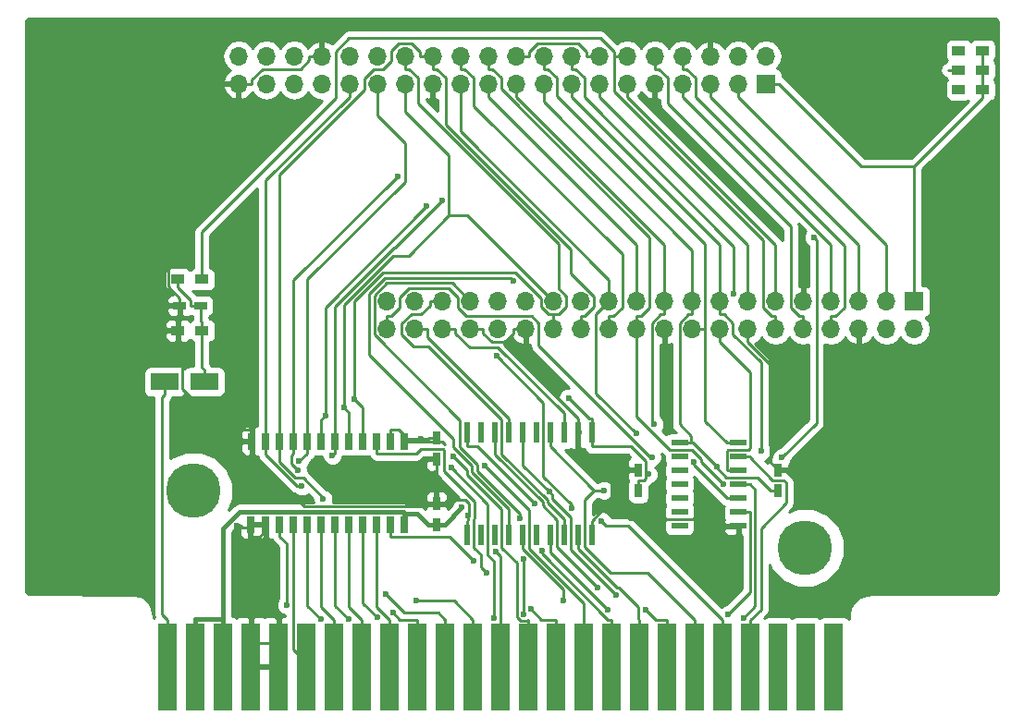
<source format=gbr>
G04 #@! TF.FileFunction,Copper,L2,Bot,Mixed*
%FSLAX46Y46*%
G04 Gerber Fmt 4.6, Leading zero omitted, Abs format (unit mm)*
G04 Created by KiCad (PCBNEW 4.0.7) date 05/03/18 11:39:09*
%MOMM*%
%LPD*%
G01*
G04 APERTURE LIST*
%ADD10C,0.100000*%
%ADD11C,5.000000*%
%ADD12R,1.800000X8.000000*%
%ADD13R,1.700000X1.700000*%
%ADD14O,1.700000X1.700000*%
%ADD15R,1.200000X0.900000*%
%ADD16R,1.500000X0.600000*%
%ADD17R,1.200000X0.750000*%
%ADD18R,0.750000X1.200000*%
%ADD19R,0.762000X1.524000*%
%ADD20R,2.600000X1.600000*%
%ADD21R,0.600000X1.950000*%
%ADD22C,0.600000*%
%ADD23C,0.250000*%
%ADD24C,0.400000*%
%ADD25C,0.254000*%
G04 APERTURE END LIST*
D10*
D11*
X185333640Y-98897440D03*
D12*
X187949840Y-109827440D03*
X185409840Y-109827440D03*
X182869840Y-109827440D03*
X180329840Y-109827440D03*
X177789840Y-109827440D03*
X175249840Y-109827440D03*
X172709840Y-109827440D03*
X170169840Y-109827440D03*
X167629840Y-109827440D03*
X165089840Y-109827440D03*
X162549840Y-109827440D03*
X160009840Y-109827440D03*
X157469840Y-109827440D03*
X154929840Y-109827440D03*
X152389840Y-109827440D03*
X149849840Y-109827440D03*
X147309840Y-109827440D03*
X144769840Y-109827440D03*
X142229840Y-109827440D03*
X139689840Y-109827440D03*
X137149840Y-109827440D03*
X134609840Y-109827440D03*
X132069840Y-109827440D03*
X129529840Y-109827440D03*
X126989840Y-109827440D03*
D11*
X129334260Y-93695520D03*
D13*
X181737000Y-56388000D03*
D14*
X181737000Y-53848000D03*
X179197000Y-56388000D03*
X179197000Y-53848000D03*
X176657000Y-56388000D03*
X176657000Y-53848000D03*
X174117000Y-56388000D03*
X174117000Y-53848000D03*
X171577000Y-56388000D03*
X171577000Y-53848000D03*
X169037000Y-56388000D03*
X169037000Y-53848000D03*
X166497000Y-56388000D03*
X166497000Y-53848000D03*
X163957000Y-56388000D03*
X163957000Y-53848000D03*
X161417000Y-56388000D03*
X161417000Y-53848000D03*
X158877000Y-56388000D03*
X158877000Y-53848000D03*
X156337000Y-56388000D03*
X156337000Y-53848000D03*
X153797000Y-56388000D03*
X153797000Y-53848000D03*
X151257000Y-56388000D03*
X151257000Y-53848000D03*
X148717000Y-56388000D03*
X148717000Y-53848000D03*
X146177000Y-56388000D03*
X146177000Y-53848000D03*
X143637000Y-56388000D03*
X143637000Y-53848000D03*
X141097000Y-56388000D03*
X141097000Y-53848000D03*
X138557000Y-56388000D03*
X138557000Y-53848000D03*
X136017000Y-56388000D03*
X136017000Y-53848000D03*
X133477000Y-56388000D03*
X133477000Y-53848000D03*
D13*
X195326000Y-76327000D03*
D14*
X195326000Y-78867000D03*
X192786000Y-76327000D03*
X192786000Y-78867000D03*
X190246000Y-76327000D03*
X190246000Y-78867000D03*
X187706000Y-76327000D03*
X187706000Y-78867000D03*
X185166000Y-76327000D03*
X185166000Y-78867000D03*
X182626000Y-76327000D03*
X182626000Y-78867000D03*
X180086000Y-76327000D03*
X180086000Y-78867000D03*
X177546000Y-76327000D03*
X177546000Y-78867000D03*
X175006000Y-76327000D03*
X175006000Y-78867000D03*
X172466000Y-76327000D03*
X172466000Y-78867000D03*
X169926000Y-76327000D03*
X169926000Y-78867000D03*
X167386000Y-76327000D03*
X167386000Y-78867000D03*
X164846000Y-76327000D03*
X164846000Y-78867000D03*
X162306000Y-76327000D03*
X162306000Y-78867000D03*
X159766000Y-76327000D03*
X159766000Y-78867000D03*
X157226000Y-76327000D03*
X157226000Y-78867000D03*
X154686000Y-76327000D03*
X154686000Y-78867000D03*
X152146000Y-76327000D03*
X152146000Y-78867000D03*
X149606000Y-76327000D03*
X149606000Y-78867000D03*
X147066000Y-76327000D03*
X147066000Y-78867000D03*
D15*
X201574000Y-53340000D03*
X199374000Y-53340000D03*
D16*
X179230000Y-89281000D03*
X179230000Y-90551000D03*
X179230000Y-91821000D03*
X179230000Y-93091000D03*
X179230000Y-94361000D03*
X179230000Y-95631000D03*
X179230000Y-96901000D03*
X173830000Y-96901000D03*
X173830000Y-95631000D03*
X173830000Y-94361000D03*
X173830000Y-93091000D03*
X173830000Y-91821000D03*
X173830000Y-90551000D03*
X173830000Y-89281000D03*
D17*
X129982000Y-76708000D03*
X128082000Y-76708000D03*
D15*
X130132000Y-78994000D03*
X127932000Y-78994000D03*
D18*
X182880000Y-93660000D03*
X182880000Y-91760000D03*
X151587000Y-88864400D03*
X151587000Y-90764400D03*
X170053000Y-93660000D03*
X170053000Y-91760000D03*
D15*
X201574000Y-55118000D03*
X199374000Y-55118000D03*
X201574000Y-56896000D03*
X199374000Y-56896000D03*
X130132000Y-74295000D03*
X127932000Y-74295000D03*
D18*
X151587000Y-94858800D03*
X151587000Y-96758800D03*
D19*
X148666000Y-96774000D03*
X147396000Y-96774000D03*
X146126000Y-96774000D03*
X144856000Y-96774000D03*
X143586000Y-96774000D03*
X142316000Y-96774000D03*
X141046000Y-96774000D03*
X139776000Y-96774000D03*
X138506000Y-96774000D03*
X137236000Y-96774000D03*
X135966000Y-96774000D03*
X134569000Y-96774000D03*
X148666000Y-89154000D03*
X147396000Y-89154000D03*
X146126000Y-89154000D03*
X144856000Y-89154000D03*
X143586000Y-89154000D03*
X142316000Y-89154000D03*
X141046000Y-89154000D03*
X139776000Y-89154000D03*
X138506000Y-89154000D03*
X137236000Y-89154000D03*
X135966000Y-89154000D03*
X134696000Y-89154000D03*
D20*
X130324000Y-83693000D03*
X126724000Y-83693000D03*
D21*
X165811000Y-97715800D03*
X164541000Y-97715800D03*
X163271000Y-97715800D03*
X162001000Y-97715800D03*
X160731000Y-97715800D03*
X159461000Y-97715800D03*
X158191000Y-97715800D03*
X156921000Y-97715800D03*
X155651000Y-97715800D03*
X154381000Y-97715800D03*
X154381000Y-88315800D03*
X155651000Y-88315800D03*
X156921000Y-88315800D03*
X158191000Y-88315800D03*
X159461000Y-88315800D03*
X160731000Y-88315800D03*
X162001000Y-88315800D03*
X163271000Y-88315800D03*
X164541000Y-88315800D03*
X165811000Y-88315800D03*
D22*
X133277900Y-96884100D03*
X185312400Y-93645600D03*
X154453500Y-95943900D03*
X153924800Y-95196300D03*
X152102900Y-67075600D03*
X142065400Y-90424400D03*
X148064200Y-64837300D03*
X138889200Y-91787500D03*
X139259600Y-93250000D03*
X141212700Y-94446700D03*
X143117400Y-86056800D03*
X144093000Y-85305500D03*
X141413000Y-86808200D03*
X150707200Y-67570100D03*
X139024000Y-90942100D03*
X179681800Y-105314200D03*
X178263800Y-105028100D03*
X166914100Y-93639800D03*
X168030200Y-103192300D03*
X161896600Y-93781700D03*
X167287100Y-104598500D03*
X170718500Y-104598500D03*
X163230200Y-103716400D03*
X161219300Y-99201300D03*
X155982400Y-91354100D03*
X160201700Y-104503500D03*
X153112800Y-90553800D03*
X159573800Y-99961600D03*
X159573800Y-105007500D03*
X157029400Y-99219500D03*
X152932400Y-91545900D03*
X156813700Y-105324900D03*
X149699600Y-103736900D03*
X146931500Y-103111600D03*
X147576500Y-104834000D03*
X146160100Y-105299300D03*
X143527400Y-105447700D03*
X140978100Y-105447700D03*
X137860400Y-104152600D03*
X170958200Y-92160400D03*
X177210300Y-91480600D03*
X150117600Y-88882100D03*
X163669000Y-85158100D03*
X171521600Y-87593700D03*
X169873800Y-88430500D03*
X163941700Y-95243400D03*
X157127700Y-81326800D03*
X159258400Y-96213000D03*
X166369500Y-102566900D03*
X160561600Y-94882500D03*
X166694700Y-96447300D03*
X158654800Y-74452100D03*
X178783000Y-75652400D03*
X177837800Y-93091000D03*
X199363400Y-56897200D03*
X199374000Y-55118000D03*
X199388200Y-53418000D03*
X186107900Y-70442000D03*
X183181200Y-90633600D03*
X181334300Y-90036500D03*
X171314800Y-90615500D03*
X175099100Y-90991700D03*
X156171100Y-101215500D03*
X155003600Y-100086100D03*
D23*
X139921700Y-54215400D02*
X139921700Y-53848000D01*
X139113800Y-55023300D02*
X139921700Y-54215400D01*
X135649600Y-55023300D02*
X139113800Y-55023300D01*
X134652300Y-56020600D02*
X135649600Y-55023300D01*
X134652300Y-56388000D02*
X134652300Y-56020600D01*
X133477000Y-56388000D02*
X134652300Y-56388000D01*
X141097000Y-53848000D02*
X139921700Y-53848000D01*
X134610000Y-107665000D02*
X134610000Y-108380400D01*
X137149800Y-109827400D02*
X137149800Y-107664700D01*
X137149800Y-107664700D02*
X137149800Y-105502100D01*
X135325700Y-107664700D02*
X134610000Y-108380400D01*
X137149800Y-107664700D02*
X135325700Y-107664700D01*
X134610000Y-108380400D02*
X134610000Y-108563200D01*
X134610000Y-108563200D02*
X134610000Y-108746000D01*
X134609800Y-108563400D02*
X134609800Y-109827400D01*
X134610000Y-108563200D02*
X134609800Y-108563400D01*
X135966000Y-96774000D02*
X135966000Y-97317600D01*
X135966000Y-97317600D02*
X135966000Y-97861300D01*
X135422300Y-97861300D02*
X134569000Y-97861300D01*
X135966000Y-97317600D02*
X135422300Y-97861300D01*
X135880800Y-104233100D02*
X137149800Y-105502100D01*
X135880800Y-97946500D02*
X135880800Y-104233100D01*
X135966000Y-97861300D02*
X135880800Y-97946500D01*
X133477000Y-56388000D02*
X133477000Y-57563300D01*
X127006600Y-64033700D02*
X133477000Y-57563300D01*
X127006600Y-74932300D02*
X127006600Y-64033700D01*
X128082000Y-76007700D02*
X127006600Y-74932300D01*
X134696000Y-89154000D02*
X134696000Y-88066700D01*
X132100400Y-88066700D02*
X134696000Y-88066700D01*
X128349400Y-84315700D02*
X132100400Y-88066700D01*
X128349400Y-80186700D02*
X128349400Y-84315700D01*
X127932000Y-79769300D02*
X128349400Y-80186700D01*
X127932000Y-78994000D02*
X127932000Y-79769300D01*
X128082000Y-76379800D02*
X128082000Y-76007700D01*
X128082000Y-76379800D02*
X128082000Y-76708000D01*
X128082000Y-78068700D02*
X127932000Y-78218700D01*
X128082000Y-76708000D02*
X128082000Y-78068700D01*
X127932000Y-78994000D02*
X127932000Y-78218700D01*
X134569000Y-96774000D02*
X134569000Y-97045800D01*
X134569000Y-97045800D02*
X134569000Y-97861300D01*
X180086000Y-78867000D02*
X180086000Y-80042300D01*
X182195400Y-91075400D02*
X182880000Y-91760000D01*
X182195400Y-82151700D02*
X182195400Y-91075400D01*
X180086000Y-80042300D02*
X182195400Y-82151700D01*
X182880000Y-91760000D02*
X183580300Y-91760000D01*
X151587000Y-90764400D02*
X151587000Y-91689700D01*
X134696000Y-89154000D02*
X134696000Y-90241300D01*
X170053000Y-91760000D02*
X169352700Y-91760000D01*
X164541000Y-88315800D02*
X164541000Y-89616100D01*
X154686000Y-78867000D02*
X155861300Y-78867000D01*
X164541000Y-88315800D02*
X164541000Y-87015500D01*
X159766000Y-78867000D02*
X158590700Y-78867000D01*
X158590700Y-79234400D02*
X157782800Y-80042300D01*
X158590700Y-78867000D02*
X158590700Y-79234400D01*
X155861300Y-79234400D02*
X155861300Y-78867000D01*
X156669200Y-80042300D02*
X155861300Y-79234400D01*
X157782800Y-80042300D02*
X156669200Y-80042300D01*
X165321700Y-53480600D02*
X165321700Y-53848000D01*
X164513800Y-52672700D02*
X165321700Y-53480600D01*
X160860300Y-52672700D02*
X164513800Y-52672700D01*
X160052300Y-53480700D02*
X160860300Y-52672700D01*
X160052300Y-53848000D02*
X160052300Y-53480700D01*
X158877000Y-53848000D02*
X160052300Y-53848000D01*
X166497000Y-53848000D02*
X165321700Y-53848000D01*
X150670500Y-95075000D02*
X150886700Y-94858800D01*
X139529700Y-95075000D02*
X150670500Y-95075000D01*
X134696000Y-90241300D02*
X139529700Y-95075000D01*
X183580300Y-91913500D02*
X185312400Y-93645600D01*
X183580300Y-91760000D02*
X183580300Y-91913500D01*
X154381000Y-97715800D02*
X154381000Y-96415500D01*
X165811000Y-97715800D02*
X165811000Y-96415500D01*
X179230000Y-96901000D02*
X178154700Y-96901000D01*
X133439600Y-97045800D02*
X133277900Y-96884100D01*
X134569000Y-97045800D02*
X133439600Y-97045800D01*
X157782800Y-80257300D02*
X164541000Y-87015500D01*
X157782800Y-80042300D02*
X157782800Y-80257300D01*
X151236900Y-94858800D02*
X150886700Y-94858800D01*
X151236900Y-94858800D02*
X151587000Y-94858800D01*
X151587000Y-91689700D02*
X151587000Y-94858800D01*
X151587000Y-94858800D02*
X152287300Y-94858800D01*
X154453500Y-96343000D02*
X154453500Y-95943900D01*
X154381000Y-96415500D02*
X154453500Y-96343000D01*
X154553100Y-95844300D02*
X154453500Y-95943900D01*
X154553100Y-94876300D02*
X154553100Y-95844300D01*
X154215000Y-94538200D02*
X154553100Y-94876300D01*
X152607900Y-94538200D02*
X154215000Y-94538200D01*
X152287300Y-94858800D02*
X152607900Y-94538200D01*
X177529400Y-96275700D02*
X178154700Y-96901000D01*
X169296400Y-96275700D02*
X177529400Y-96275700D01*
X167623600Y-94602900D02*
X169296400Y-96275700D01*
X165811000Y-96415500D02*
X167623600Y-94602900D01*
X167623600Y-94602900D02*
X167623600Y-91812300D01*
X166737200Y-91812300D02*
X167623600Y-91812300D01*
X164541000Y-89616100D02*
X166737200Y-91812300D01*
X169300400Y-91812300D02*
X169352700Y-91760000D01*
X167623600Y-91812300D02*
X169300400Y-91812300D01*
D24*
X151587000Y-96758800D02*
X152362300Y-96758800D01*
X152362300Y-96758800D02*
X153924800Y-95196300D01*
X151587000Y-96758800D02*
X150811700Y-96758800D01*
X148666000Y-96774000D02*
X148666000Y-95761800D01*
X149814700Y-95761800D02*
X150811700Y-96758800D01*
X148666000Y-95761800D02*
X149814700Y-95761800D01*
X129529800Y-105427100D02*
X132069800Y-105427100D01*
X129529800Y-109827400D02*
X129529800Y-105427100D01*
X132069800Y-109827400D02*
X132069800Y-105427100D01*
X132069800Y-97099800D02*
X132069800Y-105427100D01*
X133557900Y-95611700D02*
X132069800Y-97099800D01*
X148515900Y-95611700D02*
X133557900Y-95611700D01*
X148666000Y-95761800D02*
X148515900Y-95611700D01*
D23*
X176657000Y-56388000D02*
X176657000Y-57563300D01*
X190246000Y-71152300D02*
X190246000Y-76327000D01*
X176657000Y-57563300D02*
X190246000Y-71152300D01*
X142316000Y-76774800D02*
X142316000Y-89154000D01*
X147684000Y-71406800D02*
X142316000Y-76774800D01*
X147771700Y-71406800D02*
X147684000Y-71406800D01*
X152102900Y-67075600D02*
X147771700Y-71406800D01*
X142248500Y-90241300D02*
X142065400Y-90424400D01*
X142316000Y-90241300D02*
X142248500Y-90241300D01*
X142316000Y-89154000D02*
X142316000Y-90241300D01*
X174117000Y-56388000D02*
X174117000Y-57563300D01*
X187706000Y-71152300D02*
X187706000Y-76327000D01*
X174117000Y-57563300D02*
X187706000Y-71152300D01*
X138506000Y-74395500D02*
X148064200Y-64837300D01*
X138506000Y-89154000D02*
X138506000Y-74395500D01*
X138346400Y-90400900D02*
X138506000Y-90241300D01*
X138346400Y-91244700D02*
X138346400Y-90400900D01*
X138889200Y-91787500D02*
X138346400Y-91244700D01*
X138506000Y-89154000D02*
X138506000Y-90241300D01*
X143637000Y-56388000D02*
X143637000Y-57563300D01*
X135966000Y-65234300D02*
X143637000Y-57563300D01*
X135966000Y-89154000D02*
X135966000Y-65234300D01*
X135966000Y-89154000D02*
X135966000Y-90241300D01*
X138830500Y-93250000D02*
X139259600Y-93250000D01*
X135966000Y-90385500D02*
X138830500Y-93250000D01*
X135966000Y-90241300D02*
X135966000Y-90385500D01*
X164846000Y-78867000D02*
X164846000Y-77691700D01*
X151257000Y-53848000D02*
X151257000Y-55023300D01*
X151624400Y-55023300D02*
X151257000Y-55023300D01*
X152432300Y-55831200D02*
X151624400Y-55023300D01*
X152432300Y-60098600D02*
X152432300Y-55831200D01*
X163911600Y-71577900D02*
X152432300Y-60098600D01*
X163911600Y-73730500D02*
X163911600Y-71577900D01*
X163911700Y-73730500D02*
X163911600Y-73730500D01*
X166021300Y-75840100D02*
X163911700Y-73730500D01*
X166021300Y-76813900D02*
X166021300Y-75840100D01*
X165143500Y-77691700D02*
X166021300Y-76813900D01*
X164846000Y-77691700D02*
X165143500Y-77691700D01*
X150081700Y-53480600D02*
X150081700Y-53848000D01*
X149273800Y-52672700D02*
X150081700Y-53480600D01*
X148158700Y-52672700D02*
X149273800Y-52672700D01*
X147447000Y-53384400D02*
X148158700Y-52672700D01*
X147447000Y-54279000D02*
X147447000Y-53384400D01*
X146702600Y-55023400D02*
X147447000Y-54279000D01*
X145840600Y-55023400D02*
X146702600Y-55023400D01*
X145001600Y-55862400D02*
X145840600Y-55023400D01*
X145001600Y-56923600D02*
X145001600Y-55862400D01*
X137236000Y-64689200D02*
X145001600Y-56923600D01*
X137236000Y-89154000D02*
X137236000Y-64689200D01*
X151257000Y-53848000D02*
X150081700Y-53848000D01*
X141212700Y-94313200D02*
X141212700Y-94446700D01*
X139366400Y-92466900D02*
X141212700Y-94313200D01*
X138684300Y-92466900D02*
X139366400Y-92466900D01*
X137236000Y-91018600D02*
X138684300Y-92466900D01*
X137236000Y-89154000D02*
X137236000Y-91018600D01*
X143586000Y-86525400D02*
X143117400Y-86056800D01*
X143586000Y-89154000D02*
X143586000Y-86525400D01*
X149035600Y-72140200D02*
X152737000Y-68438800D01*
X147604200Y-72140200D02*
X149035600Y-72140200D01*
X143117400Y-76627000D02*
X147604200Y-72140200D01*
X143117400Y-86056800D02*
X143117400Y-76627000D01*
X152737000Y-62939400D02*
X152737000Y-68438800D01*
X148717000Y-58919400D02*
X152737000Y-62939400D01*
X148717000Y-56388000D02*
X148717000Y-58919400D01*
X154417800Y-68438800D02*
X162306000Y-76327000D01*
X152737000Y-68438800D02*
X154417800Y-68438800D01*
X144856000Y-86068500D02*
X144093000Y-85305500D01*
X144856000Y-89154000D02*
X144856000Y-86068500D01*
X148717000Y-53848000D02*
X148717000Y-55023300D01*
X162306000Y-77502300D02*
X162306000Y-78867000D01*
X149084400Y-55023300D02*
X148717000Y-55023300D01*
X149892300Y-55831200D02*
X149084400Y-55023300D01*
X149892300Y-58195500D02*
X149892300Y-55831200D01*
X162756300Y-71059500D02*
X149892300Y-58195500D01*
X162756300Y-75115200D02*
X162756300Y-71059500D01*
X162756400Y-75115200D02*
X162756300Y-75115200D01*
X163481300Y-75840100D02*
X162756400Y-75115200D01*
X163481300Y-76813900D02*
X163481300Y-75840100D01*
X162792900Y-77502300D02*
X163481300Y-76813900D01*
X162306000Y-77502300D02*
X162792900Y-77502300D01*
X161819100Y-77502300D02*
X162306000Y-77502300D01*
X161130700Y-76813900D02*
X161819100Y-77502300D01*
X161130700Y-76023300D02*
X161130700Y-76813900D01*
X158800600Y-73693200D02*
X161130700Y-76023300D01*
X146694200Y-73693200D02*
X158800600Y-73693200D01*
X144093000Y-76294400D02*
X146694200Y-73693200D01*
X144093000Y-85305500D02*
X144093000Y-76294400D01*
X141046000Y-87175200D02*
X141413000Y-86808200D01*
X141046000Y-89154000D02*
X141046000Y-87175200D01*
X192786000Y-71152300D02*
X192786000Y-76327000D01*
X179197000Y-57563300D02*
X192786000Y-71152300D01*
X179197000Y-56388000D02*
X179197000Y-57563300D01*
X141413000Y-76864300D02*
X141413000Y-86808200D01*
X150707200Y-67570100D02*
X141413000Y-76864300D01*
X146177000Y-59310600D02*
X146177000Y-56388000D01*
X148689600Y-61823200D02*
X146177000Y-59310600D01*
X148689600Y-65361800D02*
X148689600Y-61823200D01*
X139776000Y-74275400D02*
X148689600Y-65361800D01*
X139776000Y-89154000D02*
X139776000Y-74275400D01*
X139724800Y-90241300D02*
X139776000Y-90241300D01*
X139024000Y-90942100D02*
X139724800Y-90241300D01*
X139776000Y-89154000D02*
X139776000Y-90241300D01*
X181277300Y-104554600D02*
X180329800Y-105502100D01*
X181277300Y-97099400D02*
X181277300Y-104554600D01*
X183580400Y-94796300D02*
X181277300Y-97099400D01*
X183580400Y-92876000D02*
X183580400Y-94796300D01*
X183389800Y-92685400D02*
X183580400Y-92876000D01*
X182366200Y-92685400D02*
X183389800Y-92685400D01*
X180305300Y-90624500D02*
X182366200Y-92685400D01*
X180305300Y-90551000D02*
X180305300Y-90624500D01*
X179230000Y-90551000D02*
X180305300Y-90551000D01*
X180329800Y-109827400D02*
X180329800Y-105502100D01*
X180761700Y-104234300D02*
X179681800Y-105314200D01*
X180761700Y-93547400D02*
X180761700Y-104234300D01*
X180305300Y-93091000D02*
X180761700Y-93547400D01*
X179230000Y-93091000D02*
X180305300Y-93091000D01*
X179230000Y-95631000D02*
X180305300Y-95631000D01*
X180305300Y-102986600D02*
X178263800Y-105028100D01*
X180305300Y-95631000D02*
X180305300Y-102986600D01*
X175249800Y-109827400D02*
X175249800Y-105502100D01*
X162001000Y-88315800D02*
X162001000Y-89616100D01*
X162001000Y-89616100D02*
X166031700Y-93646700D01*
X170942100Y-101194400D02*
X175249800Y-105502100D01*
X167554500Y-101194400D02*
X170942100Y-101194400D01*
X165185700Y-98825600D02*
X167554500Y-101194400D01*
X165185700Y-94492700D02*
X165185700Y-98825600D01*
X166031700Y-93646700D02*
X165185700Y-94492700D01*
X166038600Y-93639800D02*
X166914100Y-93639800D01*
X166031700Y-93646700D02*
X166038600Y-93639800D01*
X162200700Y-94085800D02*
X161896600Y-93781700D01*
X162200700Y-94390800D02*
X162200700Y-94085800D01*
X163896400Y-96086500D02*
X162200700Y-94390800D01*
X163896400Y-99058500D02*
X163896400Y-96086500D01*
X168030200Y-103192300D02*
X163896400Y-99058500D01*
X159461000Y-91346100D02*
X161896600Y-93781700D01*
X159461000Y-88315800D02*
X159461000Y-91346100D01*
X172709800Y-109827400D02*
X172709800Y-105502100D01*
X162001000Y-97715800D02*
X162001000Y-99016100D01*
X171622100Y-105502100D02*
X170718500Y-104598500D01*
X172709800Y-105502100D02*
X171622100Y-105502100D01*
X162001000Y-99312400D02*
X162001000Y-99016100D01*
X167287100Y-104598500D02*
X162001000Y-99312400D01*
X159512700Y-99016100D02*
X159461000Y-99016100D01*
X163230200Y-102733600D02*
X159512700Y-99016100D01*
X163230200Y-103716400D02*
X163230200Y-102733600D01*
X159461000Y-97715800D02*
X159461000Y-99016100D01*
X170169800Y-109827400D02*
X170169800Y-105502100D01*
X164541000Y-97715800D02*
X164541000Y-99016100D01*
X170093200Y-105425500D02*
X170169800Y-105502100D01*
X170093200Y-104353700D02*
X170093200Y-105425500D01*
X168306500Y-102567000D02*
X170093200Y-104353700D01*
X168091900Y-102567000D02*
X168306500Y-102567000D01*
X164541000Y-99016100D02*
X168091900Y-102567000D01*
X167629800Y-109827400D02*
X167629800Y-105502100D01*
X161219300Y-99436000D02*
X161219300Y-99201300D01*
X167285400Y-105502100D02*
X161219300Y-99436000D01*
X167629800Y-105502100D02*
X167285400Y-105502100D01*
X160086300Y-95458000D02*
X155982400Y-91354100D01*
X160086300Y-98952800D02*
X160086300Y-95458000D01*
X165089800Y-103956300D02*
X160086300Y-98952800D01*
X165089800Y-109827400D02*
X165089800Y-103956300D01*
X162549800Y-109827400D02*
X162549800Y-105502100D01*
X161200300Y-105502100D02*
X160201700Y-104503500D01*
X162549800Y-105502100D02*
X161200300Y-105502100D01*
X160009800Y-109827400D02*
X160009800Y-105502100D01*
X159963600Y-105502100D02*
X160009800Y-105502100D01*
X159832900Y-105632800D02*
X159963600Y-105502100D01*
X159314800Y-105632800D02*
X159832900Y-105632800D01*
X158948500Y-105266500D02*
X159314800Y-105632800D01*
X158948500Y-100254200D02*
X158948500Y-105266500D01*
X157560300Y-98866000D02*
X158948500Y-100254200D01*
X157560300Y-95390700D02*
X157560300Y-98866000D01*
X154357500Y-92187900D02*
X157560300Y-95390700D01*
X154357500Y-91798500D02*
X154357500Y-92187900D01*
X153112800Y-90553800D02*
X154357500Y-91798500D01*
X159573800Y-105007500D02*
X159573800Y-99961600D01*
X157469800Y-109827400D02*
X157469800Y-105502100D01*
X157469800Y-99659900D02*
X157029400Y-99219500D01*
X157469800Y-105502100D02*
X157469800Y-99659900D01*
X156276300Y-94889800D02*
X152932400Y-91545900D01*
X156276300Y-99597500D02*
X156276300Y-94889800D01*
X156813700Y-100134900D02*
X156276300Y-99597500D01*
X156813700Y-105324900D02*
X156813700Y-100134900D01*
X154929800Y-109827400D02*
X154929800Y-105502100D01*
X153164600Y-103736900D02*
X149699600Y-103736900D01*
X154929800Y-105502100D02*
X153164600Y-103736900D01*
X152389800Y-109827400D02*
X152389800Y-105502100D01*
X148667000Y-104847100D02*
X146931500Y-103111600D01*
X151734800Y-104847100D02*
X148667000Y-104847100D01*
X152389800Y-105502100D02*
X151734800Y-104847100D01*
X149849800Y-109827400D02*
X149849800Y-105502100D01*
X148244600Y-105502100D02*
X147576500Y-104834000D01*
X149849800Y-105502100D02*
X148244600Y-105502100D01*
X146126000Y-104318300D02*
X147309800Y-105502100D01*
X146126000Y-96774000D02*
X146126000Y-104318300D01*
X147309800Y-109827400D02*
X147309800Y-105502100D01*
X144856000Y-103995200D02*
X146160100Y-105299300D01*
X144856000Y-96774000D02*
X144856000Y-103995200D01*
X143586000Y-104318300D02*
X144769800Y-105502100D01*
X143586000Y-96774000D02*
X143586000Y-104318300D01*
X144769800Y-109827400D02*
X144769800Y-105502100D01*
X142316000Y-104236300D02*
X143527400Y-105447700D01*
X142316000Y-96774000D02*
X142316000Y-104236300D01*
X141046000Y-96774000D02*
X141046000Y-97861300D01*
X142229800Y-109827400D02*
X142229800Y-105502100D01*
X141046000Y-104318300D02*
X141046000Y-97861300D01*
X142229800Y-105502100D02*
X141046000Y-104318300D01*
X139776000Y-104245600D02*
X140978100Y-105447700D01*
X139776000Y-96774000D02*
X139776000Y-104245600D01*
X140093000Y-109424000D02*
X139892000Y-109626000D01*
X139892000Y-109626000D02*
X138506000Y-108240000D01*
X138506000Y-108240000D02*
X138506000Y-96774000D01*
X139892000Y-109626000D02*
X139791000Y-109726500D01*
X139791000Y-109726500D02*
X139690000Y-109827000D01*
X139790700Y-109726500D02*
X139689800Y-109827400D01*
X139791000Y-109726500D02*
X139790700Y-109726500D01*
X137860400Y-98485700D02*
X137236000Y-97861300D01*
X137860400Y-104152600D02*
X137860400Y-98485700D01*
X137236000Y-96774000D02*
X137236000Y-97861300D01*
X148666000Y-89154000D02*
X152130110Y-89154000D01*
X152130110Y-89154000D02*
X152365101Y-89388991D01*
X201574000Y-55118000D02*
X201574000Y-53340000D01*
X201574000Y-55118000D02*
X201574000Y-56896000D01*
X201574000Y-56896000D02*
X201574000Y-57671300D01*
X190443600Y-63919300D02*
X182912300Y-56388000D01*
X195326000Y-63919300D02*
X190443600Y-63919300D01*
X195326000Y-63919300D02*
X201574000Y-57671300D01*
X181737000Y-56388000D02*
X182912300Y-56388000D01*
X195326000Y-63919300D02*
X195326000Y-76327000D01*
X148122400Y-88066700D02*
X147396000Y-88066700D01*
X148666000Y-88610300D02*
X148122400Y-88066700D01*
X147396000Y-89154000D02*
X147396000Y-88066700D01*
X148666000Y-89154000D02*
X148666000Y-88882100D01*
X148666000Y-88882100D02*
X148666000Y-88610300D01*
X151587000Y-88864400D02*
X150886700Y-88864400D01*
X182880000Y-93660000D02*
X182179700Y-93660000D01*
X170053000Y-93660000D02*
X170053000Y-92734700D01*
X170763400Y-92160400D02*
X170958200Y-92160400D01*
X170564100Y-92734700D02*
X170053000Y-92734700D01*
X170763400Y-92535400D02*
X170564100Y-92734700D01*
X170763400Y-92160400D02*
X170763400Y-92535400D01*
X148666000Y-88882100D02*
X150117600Y-88882100D01*
X150869000Y-88882100D02*
X150886700Y-88864400D01*
X150117600Y-88882100D02*
X150869000Y-88882100D01*
X169402900Y-89616100D02*
X165811000Y-89616100D01*
X170763400Y-90976600D02*
X169402900Y-89616100D01*
X170763400Y-92160400D02*
X170763400Y-90976600D01*
X165526400Y-87015500D02*
X163669000Y-85158100D01*
X165811000Y-87015500D02*
X165526400Y-87015500D01*
X165811000Y-88315800D02*
X165811000Y-87015500D01*
X165811000Y-88315800D02*
X165811000Y-89616100D01*
X177210300Y-91535600D02*
X177210300Y-91480600D01*
X178134900Y-92460200D02*
X177210300Y-91535600D01*
X180979900Y-92460200D02*
X178134900Y-92460200D01*
X182179700Y-93660000D02*
X180979900Y-92460200D01*
X173830000Y-89281000D02*
X174905300Y-89281000D01*
X175010700Y-89281000D02*
X174905300Y-89281000D01*
X177210300Y-91480600D02*
X175010700Y-89281000D01*
X175006000Y-71609300D02*
X175006000Y-76327000D01*
X161417000Y-58020300D02*
X175006000Y-71609300D01*
X161417000Y-56388000D02*
X161417000Y-58020300D01*
X174905300Y-88655700D02*
X174905300Y-89281000D01*
X173830000Y-87580400D02*
X174905300Y-88655700D01*
X173830000Y-78311000D02*
X173830000Y-87580400D01*
X174638700Y-77502300D02*
X173830000Y-78311000D01*
X175006000Y-77502300D02*
X174638700Y-77502300D01*
X175006000Y-76327000D02*
X175006000Y-77502300D01*
X154164400Y-55023300D02*
X153797000Y-55023300D01*
X154972300Y-55831200D02*
X154164400Y-55023300D01*
X154972300Y-58408300D02*
X154972300Y-55831200D01*
X168588300Y-72024300D02*
X154972300Y-58408300D01*
X168588300Y-76856700D02*
X168588300Y-72024300D01*
X167753300Y-77691700D02*
X168588300Y-76856700D01*
X167386000Y-77691700D02*
X167753300Y-77691700D01*
X167386000Y-78867000D02*
X167386000Y-77691700D01*
X153797000Y-53848000D02*
X153797000Y-55023300D01*
X158877000Y-56388000D02*
X158877000Y-57563300D01*
X172466000Y-76327000D02*
X172466000Y-75151700D01*
X172466000Y-71152300D02*
X172466000Y-75151700D01*
X158877000Y-57563300D02*
X172466000Y-71152300D01*
X172466000Y-76327000D02*
X172466000Y-77502300D01*
X171290700Y-87362800D02*
X171521600Y-87593700D01*
X171290700Y-78310200D02*
X171290700Y-87362800D01*
X172098600Y-77502300D02*
X171290700Y-78310200D01*
X172466000Y-77502300D02*
X172098600Y-77502300D01*
X153797000Y-56388000D02*
X153797000Y-57563300D01*
X167386000Y-76327000D02*
X167386000Y-75151700D01*
X167386000Y-74321600D02*
X167386000Y-75151700D01*
X153797000Y-60732600D02*
X167386000Y-74321600D01*
X153797000Y-57563300D02*
X153797000Y-60732600D01*
X166192800Y-84749500D02*
X169873800Y-88430500D01*
X166192800Y-77520200D02*
X166192800Y-84749500D01*
X167386000Y-76327000D02*
X166192800Y-77520200D01*
X171944400Y-55023300D02*
X171577000Y-55023300D01*
X172752300Y-55831200D02*
X171944400Y-55023300D01*
X172752300Y-58198500D02*
X172752300Y-55831200D01*
X183990700Y-69436900D02*
X172752300Y-58198500D01*
X183990700Y-76883800D02*
X183990700Y-69436900D01*
X184798600Y-77691700D02*
X183990700Y-76883800D01*
X185166000Y-77691700D02*
X184798600Y-77691700D01*
X185166000Y-78867000D02*
X185166000Y-77691700D01*
X171577000Y-53848000D02*
X171577000Y-55023300D01*
X161375600Y-85574700D02*
X157127700Y-81326800D01*
X161375600Y-92376300D02*
X161375600Y-85574700D01*
X163941700Y-94942400D02*
X161375600Y-92376300D01*
X163941700Y-95243400D02*
X163941700Y-94942400D01*
X156337000Y-56388000D02*
X156337000Y-57563300D01*
X169926000Y-71152300D02*
X169926000Y-76327000D01*
X156337000Y-57563300D02*
X169926000Y-71152300D01*
X159258400Y-95815000D02*
X159258400Y-96213000D01*
X155357000Y-91913600D02*
X159258400Y-95815000D01*
X155357000Y-91276700D02*
X155357000Y-91913600D01*
X153755600Y-89675300D02*
X155357000Y-91276700D01*
X153755600Y-87246500D02*
X153755600Y-89675300D01*
X145890600Y-79381500D02*
X153755600Y-87246500D01*
X145890600Y-75797400D02*
X145890600Y-79381500D01*
X147041900Y-74646100D02*
X145890600Y-75797400D01*
X153005100Y-74646100D02*
X147041900Y-74646100D01*
X154686000Y-76327000D02*
X153005100Y-74646100D01*
X174484400Y-55023300D02*
X174117000Y-55023300D01*
X175292300Y-55831200D02*
X174484400Y-55023300D01*
X175292300Y-57618900D02*
X175292300Y-55831200D01*
X188910700Y-71237300D02*
X175292300Y-57618900D01*
X188910700Y-76854300D02*
X188910700Y-71237300D01*
X188073300Y-77691700D02*
X188910700Y-76854300D01*
X187706000Y-77691700D02*
X188073300Y-77691700D01*
X187706000Y-78867000D02*
X187706000Y-77691700D01*
X174117000Y-53848000D02*
X174117000Y-55023300D01*
X156921000Y-90327500D02*
X156921000Y-88315800D01*
X161300100Y-94706600D02*
X156921000Y-90327500D01*
X161300100Y-94984100D02*
X161300100Y-94706600D01*
X162645600Y-96329600D02*
X161300100Y-94984100D01*
X162645600Y-98843000D02*
X162645600Y-96329600D01*
X166369500Y-102566900D02*
X162645600Y-98843000D01*
X177789800Y-109827400D02*
X177789800Y-105502100D01*
X154381000Y-88315800D02*
X154381000Y-89616100D01*
X167112500Y-96865100D02*
X166694700Y-96447300D01*
X169152800Y-96865100D02*
X167112500Y-96865100D01*
X177789800Y-105502100D02*
X169152800Y-96865100D01*
X155295200Y-89616100D02*
X160561600Y-94882500D01*
X154381000Y-89616100D02*
X155295200Y-89616100D01*
X169037000Y-56388000D02*
X169037000Y-57563300D01*
X182626000Y-71152300D02*
X182626000Y-76327000D01*
X169037000Y-57563300D02*
X182626000Y-71152300D01*
X158376600Y-74173900D02*
X158654800Y-74452100D01*
X146850400Y-74173900D02*
X158376600Y-74173900D01*
X145390100Y-75634200D02*
X146850400Y-74173900D01*
X145390100Y-81231800D02*
X145390100Y-75634200D01*
X153086400Y-88928100D02*
X145390100Y-81231800D01*
X153086400Y-89643000D02*
X153086400Y-88928100D01*
X154807800Y-91364400D02*
X153086400Y-89643000D01*
X154807800Y-92001300D02*
X154807800Y-91364400D01*
X158191000Y-95384500D02*
X154807800Y-92001300D01*
X158191000Y-97715800D02*
X158191000Y-95384500D01*
X167861700Y-53480700D02*
X167861700Y-53848000D01*
X166588700Y-52207700D02*
X167861700Y-53480700D01*
X143589600Y-52207700D02*
X166588700Y-52207700D01*
X142367000Y-53430300D02*
X143589600Y-52207700D01*
X142367000Y-57713600D02*
X142367000Y-53430300D01*
X130132000Y-69948600D02*
X142367000Y-57713600D01*
X130132000Y-74295000D02*
X130132000Y-69948600D01*
X169037000Y-53848000D02*
X167861700Y-53848000D01*
X167861700Y-57112900D02*
X167861700Y-53848000D01*
X181450700Y-70701900D02*
X167861700Y-57112900D01*
X181450700Y-76883800D02*
X181450700Y-70701900D01*
X182258600Y-77691700D02*
X181450700Y-76883800D01*
X182626000Y-77691700D02*
X182258600Y-77691700D01*
X182626000Y-78867000D02*
X182626000Y-77691700D01*
X166497000Y-56388000D02*
X166497000Y-57563300D01*
X180086000Y-71152300D02*
X180086000Y-76327000D01*
X166497000Y-57563300D02*
X180086000Y-71152300D01*
X179230000Y-91821000D02*
X178154700Y-91821000D01*
X177546000Y-79454600D02*
X177546000Y-79035000D01*
X177546000Y-79454600D02*
X177546000Y-80042300D01*
X177546000Y-78867000D02*
X177546000Y-79035000D01*
X178154700Y-90053200D02*
X178154700Y-91821000D01*
X178291900Y-89916000D02*
X178154700Y-90053200D01*
X180162400Y-89916000D02*
X178291900Y-89916000D01*
X180336700Y-89741700D02*
X180162400Y-89916000D01*
X180336700Y-82833000D02*
X180336700Y-89741700D01*
X177546000Y-80042300D02*
X180336700Y-82833000D01*
X163957000Y-53848000D02*
X163957000Y-55023300D01*
X178783000Y-71269600D02*
X178783000Y-75652400D01*
X165132300Y-57618900D02*
X178783000Y-71269600D01*
X165132300Y-55831200D02*
X165132300Y-57618900D01*
X164324400Y-55023300D02*
X165132300Y-55831200D01*
X163957000Y-55023300D02*
X164324400Y-55023300D01*
X179230000Y-89281000D02*
X178154700Y-89281000D01*
X161417000Y-53848000D02*
X161417000Y-55023300D01*
X175006000Y-78867000D02*
X176181300Y-78867000D01*
X161784400Y-55023300D02*
X161417000Y-55023300D01*
X162592300Y-55831200D02*
X161784400Y-55023300D01*
X162592300Y-57481900D02*
X162592300Y-55831200D01*
X176181300Y-71070900D02*
X162592300Y-57481900D01*
X176181300Y-78867000D02*
X176181300Y-71070900D01*
X176181300Y-87307600D02*
X176181300Y-78867000D01*
X178154700Y-89281000D02*
X176181300Y-87307600D01*
X170293400Y-77691700D02*
X169926000Y-77691700D01*
X171101300Y-76883800D02*
X170293400Y-77691700D01*
X171101300Y-70424500D02*
X171101300Y-76883800D01*
X157512300Y-56835500D02*
X171101300Y-70424500D01*
X157512300Y-55831200D02*
X157512300Y-56835500D01*
X156704400Y-55023300D02*
X157512300Y-55831200D01*
X156337000Y-55023300D02*
X156704400Y-55023300D01*
X156337000Y-53848000D02*
X156337000Y-55023300D01*
X169926000Y-78867000D02*
X169926000Y-77691700D01*
X175795700Y-91048900D02*
X177837800Y-93091000D01*
X175795700Y-90775200D02*
X175795700Y-91048900D01*
X174936500Y-89916000D02*
X175795700Y-90775200D01*
X172927600Y-89916000D02*
X174936500Y-89916000D01*
X169926000Y-86914400D02*
X172927600Y-89916000D01*
X169926000Y-78867000D02*
X169926000Y-86914400D01*
X163271000Y-97715800D02*
X163271000Y-96415500D01*
X152146000Y-76327000D02*
X150970700Y-76327000D01*
X150970700Y-76694400D02*
X150970700Y-76327000D01*
X150162800Y-77502300D02*
X150970700Y-76694400D01*
X149286500Y-77502300D02*
X150162800Y-77502300D01*
X148420800Y-78368000D02*
X149286500Y-77502300D01*
X148420800Y-79357400D02*
X148420800Y-78368000D01*
X149495200Y-80431800D02*
X148420800Y-79357400D01*
X150808500Y-80431800D02*
X149495200Y-80431800D01*
X157554000Y-87177300D02*
X150808500Y-80431800D01*
X157554000Y-90323600D02*
X157554000Y-87177300D01*
X161750400Y-94520000D02*
X157554000Y-90323600D01*
X161750400Y-94797500D02*
X161750400Y-94520000D01*
X163271000Y-96318100D02*
X161750400Y-94797500D01*
X163271000Y-96415500D02*
X163271000Y-96318100D01*
X163271000Y-88315800D02*
X163271000Y-87015500D01*
X152146000Y-78867000D02*
X153321300Y-78867000D01*
X163271000Y-86585700D02*
X163271000Y-87015500D01*
X157227800Y-80542500D02*
X163271000Y-86585700D01*
X154629500Y-80542500D02*
X157227800Y-80542500D01*
X153321300Y-79234300D02*
X154629500Y-80542500D01*
X153321300Y-78867000D02*
X153321300Y-79234300D01*
X158191000Y-88315800D02*
X158191000Y-87015500D01*
X149606000Y-78867000D02*
X150781300Y-78867000D01*
X150781300Y-79605800D02*
X150781300Y-78867000D01*
X158191000Y-87015500D02*
X150781300Y-79605800D01*
X126452900Y-104965200D02*
X126989800Y-105502100D01*
X126452900Y-85089400D02*
X126452900Y-104965200D01*
X126724000Y-84818300D02*
X126452900Y-85089400D01*
X126724000Y-83693000D02*
X126724000Y-84818300D01*
X126989800Y-109827400D02*
X126989800Y-105502100D01*
X199374000Y-55118000D02*
X198448700Y-55118000D01*
X199296000Y-53418000D02*
X199374000Y-53340000D01*
X130324000Y-83693000D02*
X130324000Y-82567700D01*
X127932000Y-74295000D02*
X127932000Y-75070300D01*
X129056700Y-76195000D02*
X127932000Y-75070300D01*
X129056700Y-76708000D02*
X129056700Y-76195000D01*
X129982000Y-76708000D02*
X129056700Y-76708000D01*
X130132000Y-82375700D02*
X130132000Y-78994000D01*
X130324000Y-82567700D02*
X130132000Y-82375700D01*
X129982000Y-78068700D02*
X129982000Y-76708000D01*
X130132000Y-78218700D02*
X129982000Y-78068700D01*
X130132000Y-78994000D02*
X130132000Y-78218700D01*
X186354000Y-70688100D02*
X186107900Y-70442000D01*
X186354000Y-87460800D02*
X186354000Y-70688100D01*
X183181200Y-90633600D02*
X186354000Y-87460800D01*
X163957000Y-56388000D02*
X163957000Y-57563300D01*
X181334300Y-81927500D02*
X181334300Y-90036500D01*
X178721300Y-79314500D02*
X181334300Y-81927500D01*
X178721300Y-78310200D02*
X178721300Y-79314500D01*
X177913400Y-77502300D02*
X178721300Y-78310200D01*
X177546000Y-77502300D02*
X177913400Y-77502300D01*
X177546000Y-76327000D02*
X177546000Y-77502300D01*
X177546000Y-71152300D02*
X177546000Y-76327000D01*
X163957000Y-57563300D02*
X177546000Y-71152300D01*
X147066000Y-78867000D02*
X147066000Y-77691700D01*
X171174500Y-90615500D02*
X171314800Y-90615500D01*
X160941400Y-80382400D02*
X171174500Y-90615500D01*
X160941400Y-78352700D02*
X160941400Y-80382400D01*
X160280300Y-77691600D02*
X160941400Y-78352700D01*
X154330600Y-77691600D02*
X160280300Y-77691600D01*
X153510700Y-76871700D02*
X154330600Y-77691600D01*
X153510700Y-75926500D02*
X153510700Y-76871700D01*
X152726600Y-75142400D02*
X153510700Y-75926500D01*
X149085200Y-75142400D02*
X152726600Y-75142400D01*
X148241300Y-75986300D02*
X149085200Y-75142400D01*
X148241300Y-76883800D02*
X148241300Y-75986300D01*
X147433400Y-77691700D02*
X148241300Y-76883800D01*
X147066000Y-77691700D02*
X147433400Y-77691700D01*
X179230000Y-94361000D02*
X178154700Y-94361000D01*
X175099100Y-91305400D02*
X178154700Y-94361000D01*
X175099100Y-90991700D02*
X175099100Y-91305400D01*
X146126000Y-89154000D02*
X146126000Y-90241300D01*
X149721100Y-90241300D02*
X146126000Y-90241300D01*
X150123400Y-89839000D02*
X149721100Y-90241300D01*
X152178700Y-89839000D02*
X150123400Y-89839000D01*
X152297100Y-89957400D02*
X152178700Y-89839000D01*
X152297100Y-91874300D02*
X152297100Y-89957400D01*
X155090600Y-94667800D02*
X152297100Y-91874300D01*
X155090600Y-96224300D02*
X155090600Y-94667800D01*
X155025600Y-96289300D02*
X155090600Y-96224300D01*
X155025600Y-98878900D02*
X155025600Y-96289300D01*
X155628900Y-99482200D02*
X155025600Y-98878900D01*
X155628900Y-100673300D02*
X155628900Y-99482200D01*
X156171100Y-101215500D02*
X155628900Y-100673300D01*
X152778800Y-97861300D02*
X155003600Y-100086100D01*
X147396000Y-97861300D02*
X152778800Y-97861300D01*
X147396000Y-96774000D02*
X147396000Y-97861300D01*
D25*
G36*
X134696000Y-96647000D02*
X135839000Y-96647000D01*
X135839000Y-96627000D01*
X136093000Y-96627000D01*
X136093000Y-96647000D01*
X136113000Y-96647000D01*
X136113000Y-96901000D01*
X136093000Y-96901000D01*
X136093000Y-98012250D01*
X136251750Y-98171000D01*
X136473309Y-98171000D01*
X136532710Y-98146395D01*
X136533852Y-98152139D01*
X136698599Y-98398701D01*
X137100400Y-98800502D01*
X137100400Y-103590137D01*
X137068208Y-103622273D01*
X136925562Y-103965801D01*
X136925238Y-104337767D01*
X137067283Y-104681543D01*
X137330073Y-104944792D01*
X137673601Y-105087438D01*
X137746000Y-105087501D01*
X137746000Y-105192440D01*
X137435590Y-105192440D01*
X137276840Y-105351190D01*
X137276840Y-109700440D01*
X137296840Y-109700440D01*
X137296840Y-109954440D01*
X137276840Y-109954440D01*
X137276840Y-109974440D01*
X137022840Y-109974440D01*
X137022840Y-109954440D01*
X134736840Y-109954440D01*
X134736840Y-109974440D01*
X134482840Y-109974440D01*
X134482840Y-109954440D01*
X134462840Y-109954440D01*
X134462840Y-109700440D01*
X134482840Y-109700440D01*
X134482840Y-105351190D01*
X134736840Y-105351190D01*
X134736840Y-109700440D01*
X137022840Y-109700440D01*
X137022840Y-105351190D01*
X136864090Y-105192440D01*
X136123531Y-105192440D01*
X135890142Y-105289113D01*
X135879840Y-105299415D01*
X135869538Y-105289113D01*
X135636149Y-105192440D01*
X134895590Y-105192440D01*
X134736840Y-105351190D01*
X134482840Y-105351190D01*
X134324090Y-105192440D01*
X133583531Y-105192440D01*
X133350142Y-105289113D01*
X133332536Y-105306719D01*
X133221730Y-105231009D01*
X132969840Y-105180000D01*
X132904800Y-105180000D01*
X132904800Y-97445668D01*
X133553000Y-96797468D01*
X133553000Y-96901002D01*
X133711748Y-96901002D01*
X133553000Y-97059750D01*
X133553000Y-97662310D01*
X133649673Y-97895699D01*
X133828302Y-98074327D01*
X134061691Y-98171000D01*
X134283250Y-98171000D01*
X134442000Y-98012250D01*
X134442000Y-96901000D01*
X134696000Y-96901000D01*
X134696000Y-98012250D01*
X134854750Y-98171000D01*
X135076309Y-98171000D01*
X135267500Y-98091806D01*
X135458691Y-98171000D01*
X135680250Y-98171000D01*
X135839000Y-98012250D01*
X135839000Y-96901000D01*
X134696000Y-96901000D01*
X134442000Y-96901000D01*
X134422000Y-96901000D01*
X134422000Y-96647000D01*
X134442000Y-96647000D01*
X134442000Y-96627000D01*
X134696000Y-96627000D01*
X134696000Y-96647000D01*
X134696000Y-96647000D01*
G37*
X134696000Y-96647000D02*
X135839000Y-96647000D01*
X135839000Y-96627000D01*
X136093000Y-96627000D01*
X136093000Y-96647000D01*
X136113000Y-96647000D01*
X136113000Y-96901000D01*
X136093000Y-96901000D01*
X136093000Y-98012250D01*
X136251750Y-98171000D01*
X136473309Y-98171000D01*
X136532710Y-98146395D01*
X136533852Y-98152139D01*
X136698599Y-98398701D01*
X137100400Y-98800502D01*
X137100400Y-103590137D01*
X137068208Y-103622273D01*
X136925562Y-103965801D01*
X136925238Y-104337767D01*
X137067283Y-104681543D01*
X137330073Y-104944792D01*
X137673601Y-105087438D01*
X137746000Y-105087501D01*
X137746000Y-105192440D01*
X137435590Y-105192440D01*
X137276840Y-105351190D01*
X137276840Y-109700440D01*
X137296840Y-109700440D01*
X137296840Y-109954440D01*
X137276840Y-109954440D01*
X137276840Y-109974440D01*
X137022840Y-109974440D01*
X137022840Y-109954440D01*
X134736840Y-109954440D01*
X134736840Y-109974440D01*
X134482840Y-109974440D01*
X134482840Y-109954440D01*
X134462840Y-109954440D01*
X134462840Y-109700440D01*
X134482840Y-109700440D01*
X134482840Y-105351190D01*
X134736840Y-105351190D01*
X134736840Y-109700440D01*
X137022840Y-109700440D01*
X137022840Y-105351190D01*
X136864090Y-105192440D01*
X136123531Y-105192440D01*
X135890142Y-105289113D01*
X135879840Y-105299415D01*
X135869538Y-105289113D01*
X135636149Y-105192440D01*
X134895590Y-105192440D01*
X134736840Y-105351190D01*
X134482840Y-105351190D01*
X134324090Y-105192440D01*
X133583531Y-105192440D01*
X133350142Y-105289113D01*
X133332536Y-105306719D01*
X133221730Y-105231009D01*
X132969840Y-105180000D01*
X132904800Y-105180000D01*
X132904800Y-97445668D01*
X133553000Y-96797468D01*
X133553000Y-96901002D01*
X133711748Y-96901002D01*
X133553000Y-97059750D01*
X133553000Y-97662310D01*
X133649673Y-97895699D01*
X133828302Y-98074327D01*
X134061691Y-98171000D01*
X134283250Y-98171000D01*
X134442000Y-98012250D01*
X134442000Y-96901000D01*
X134696000Y-96901000D01*
X134696000Y-98012250D01*
X134854750Y-98171000D01*
X135076309Y-98171000D01*
X135267500Y-98091806D01*
X135458691Y-98171000D01*
X135680250Y-98171000D01*
X135839000Y-98012250D01*
X135839000Y-96901000D01*
X134696000Y-96901000D01*
X134442000Y-96901000D01*
X134422000Y-96901000D01*
X134422000Y-96647000D01*
X134442000Y-96647000D01*
X134442000Y-96627000D01*
X134696000Y-96627000D01*
X134696000Y-96647000D01*
G36*
X202725377Y-50412811D02*
X202861341Y-50503658D01*
X202952189Y-50639622D01*
X202998000Y-50869931D01*
X202998000Y-102673069D01*
X202952189Y-102903378D01*
X202861341Y-103039342D01*
X202725377Y-103130189D01*
X202495073Y-103176000D01*
X191223900Y-103176000D01*
X191155313Y-103189643D01*
X191085385Y-103189643D01*
X190647978Y-103276649D01*
X190446710Y-103360017D01*
X190392038Y-103382663D01*
X190021222Y-103630433D01*
X189921955Y-103729701D01*
X189825333Y-103826323D01*
X189577562Y-104197138D01*
X189530938Y-104309699D01*
X189471548Y-104453079D01*
X189384543Y-104890485D01*
X189384543Y-104960413D01*
X189370900Y-105029000D01*
X189370900Y-105464533D01*
X189313930Y-105375999D01*
X189101730Y-105231009D01*
X188849840Y-105180000D01*
X187049840Y-105180000D01*
X186814523Y-105224278D01*
X186679263Y-105311316D01*
X186561730Y-105231009D01*
X186309840Y-105180000D01*
X184509840Y-105180000D01*
X184274523Y-105224278D01*
X184139263Y-105311316D01*
X184021730Y-105231009D01*
X183769840Y-105180000D01*
X181969840Y-105180000D01*
X181734523Y-105224278D01*
X181599263Y-105311316D01*
X181596960Y-105309742D01*
X181814701Y-105092001D01*
X181979448Y-104845440D01*
X182037300Y-104554600D01*
X182037300Y-100417508D01*
X182257026Y-100949286D01*
X183276427Y-101970468D01*
X184609020Y-102523809D01*
X186051930Y-102525068D01*
X187385486Y-101974054D01*
X188406668Y-100954653D01*
X188960009Y-99622060D01*
X188961268Y-98179150D01*
X188410254Y-96845594D01*
X187390853Y-95824412D01*
X186058260Y-95271071D01*
X184615350Y-95269812D01*
X183876335Y-95575167D01*
X184117801Y-95333701D01*
X184282548Y-95087140D01*
X184340400Y-94796300D01*
X184340400Y-92876000D01*
X184282548Y-92585161D01*
X184117801Y-92338599D01*
X183927201Y-92147999D01*
X183890000Y-92123142D01*
X183890000Y-92045750D01*
X183731250Y-91887000D01*
X183007000Y-91887000D01*
X183007000Y-91907000D01*
X182753000Y-91907000D01*
X182753000Y-91887000D01*
X182733000Y-91887000D01*
X182733000Y-91633000D01*
X182753000Y-91633000D01*
X182753000Y-91613000D01*
X183007000Y-91613000D01*
X183007000Y-91633000D01*
X183731250Y-91633000D01*
X183890000Y-91474250D01*
X183890000Y-91247174D01*
X183973392Y-91163927D01*
X184116038Y-90820399D01*
X184116079Y-90773523D01*
X186891401Y-87998201D01*
X187056148Y-87751639D01*
X187114000Y-87460800D01*
X187114000Y-80252208D01*
X187137715Y-80268054D01*
X187706000Y-80381093D01*
X188274285Y-80268054D01*
X188756054Y-79946147D01*
X188983702Y-79605447D01*
X189050817Y-79748358D01*
X189479076Y-80138645D01*
X189889110Y-80308476D01*
X190119000Y-80187155D01*
X190119000Y-78994000D01*
X190099000Y-78994000D01*
X190099000Y-78740000D01*
X190119000Y-78740000D01*
X190119000Y-78720000D01*
X190373000Y-78720000D01*
X190373000Y-78740000D01*
X190393000Y-78740000D01*
X190393000Y-78994000D01*
X190373000Y-78994000D01*
X190373000Y-80187155D01*
X190602890Y-80308476D01*
X191012924Y-80138645D01*
X191441183Y-79748358D01*
X191508298Y-79605447D01*
X191735946Y-79946147D01*
X192217715Y-80268054D01*
X192786000Y-80381093D01*
X193354285Y-80268054D01*
X193836054Y-79946147D01*
X194056000Y-79616974D01*
X194275946Y-79946147D01*
X194757715Y-80268054D01*
X195326000Y-80381093D01*
X195894285Y-80268054D01*
X196376054Y-79946147D01*
X196697961Y-79464378D01*
X196811000Y-78896093D01*
X196811000Y-78837907D01*
X196697961Y-78269622D01*
X196376054Y-77787853D01*
X196374821Y-77787029D01*
X196411317Y-77780162D01*
X196627441Y-77641090D01*
X196772431Y-77428890D01*
X196823440Y-77177000D01*
X196823440Y-75477000D01*
X196779162Y-75241683D01*
X196640090Y-75025559D01*
X196427890Y-74880569D01*
X196176000Y-74829560D01*
X196086000Y-74829560D01*
X196086000Y-64234102D01*
X202111401Y-58208701D01*
X202266916Y-57975957D01*
X202409317Y-57949162D01*
X202625441Y-57810090D01*
X202770431Y-57597890D01*
X202821440Y-57346000D01*
X202821440Y-56446000D01*
X202777162Y-56210683D01*
X202644393Y-56004353D01*
X202770431Y-55819890D01*
X202821440Y-55568000D01*
X202821440Y-54668000D01*
X202777162Y-54432683D01*
X202644393Y-54226353D01*
X202770431Y-54041890D01*
X202821440Y-53790000D01*
X202821440Y-52890000D01*
X202777162Y-52654683D01*
X202638090Y-52438559D01*
X202425890Y-52293569D01*
X202174000Y-52242560D01*
X200974000Y-52242560D01*
X200738683Y-52286838D01*
X200522559Y-52425910D01*
X200474866Y-52495711D01*
X200438090Y-52438559D01*
X200225890Y-52293569D01*
X199974000Y-52242560D01*
X198774000Y-52242560D01*
X198538683Y-52286838D01*
X198322559Y-52425910D01*
X198177569Y-52638110D01*
X198126560Y-52890000D01*
X198126560Y-53790000D01*
X198170838Y-54025317D01*
X198303607Y-54231647D01*
X198180873Y-54411275D01*
X198157861Y-54415852D01*
X197911299Y-54580599D01*
X197746552Y-54827161D01*
X197688700Y-55118000D01*
X197746552Y-55408839D01*
X197911299Y-55655401D01*
X198157861Y-55820148D01*
X198185163Y-55825579D01*
X198303607Y-56009647D01*
X198177569Y-56194110D01*
X198126560Y-56446000D01*
X198126560Y-57346000D01*
X198170838Y-57581317D01*
X198309910Y-57797441D01*
X198522110Y-57942431D01*
X198774000Y-57993440D01*
X199974000Y-57993440D01*
X200209317Y-57949162D01*
X200243029Y-57927469D01*
X195011198Y-63159300D01*
X190758402Y-63159300D01*
X183449701Y-55850599D01*
X183234440Y-55706767D01*
X183234440Y-55538000D01*
X183190162Y-55302683D01*
X183051090Y-55086559D01*
X182838890Y-54941569D01*
X182782546Y-54930159D01*
X182787054Y-54927147D01*
X183108961Y-54445378D01*
X183222000Y-53877093D01*
X183222000Y-53818907D01*
X183108961Y-53250622D01*
X182787054Y-52768853D01*
X182305285Y-52446946D01*
X181737000Y-52333907D01*
X181168715Y-52446946D01*
X180686946Y-52768853D01*
X180467000Y-53098026D01*
X180247054Y-52768853D01*
X179765285Y-52446946D01*
X179197000Y-52333907D01*
X178628715Y-52446946D01*
X178146946Y-52768853D01*
X177919298Y-53109553D01*
X177852183Y-52966642D01*
X177423924Y-52576355D01*
X177013890Y-52406524D01*
X176784000Y-52527845D01*
X176784000Y-53721000D01*
X176804000Y-53721000D01*
X176804000Y-53975000D01*
X176784000Y-53975000D01*
X176784000Y-53995000D01*
X176530000Y-53995000D01*
X176530000Y-53975000D01*
X176510000Y-53975000D01*
X176510000Y-53721000D01*
X176530000Y-53721000D01*
X176530000Y-52527845D01*
X176300110Y-52406524D01*
X175890076Y-52576355D01*
X175461817Y-52966642D01*
X175394702Y-53109553D01*
X175167054Y-52768853D01*
X174685285Y-52446946D01*
X174117000Y-52333907D01*
X173548715Y-52446946D01*
X173066946Y-52768853D01*
X172847000Y-53098026D01*
X172627054Y-52768853D01*
X172145285Y-52446946D01*
X171577000Y-52333907D01*
X171008715Y-52446946D01*
X170526946Y-52768853D01*
X170307000Y-53098026D01*
X170087054Y-52768853D01*
X169605285Y-52446946D01*
X169037000Y-52333907D01*
X168468715Y-52446946D01*
X168129442Y-52673640D01*
X167126101Y-51670299D01*
X166879539Y-51505552D01*
X166588700Y-51447700D01*
X143589600Y-51447700D01*
X143298761Y-51505552D01*
X143052199Y-51670298D01*
X142011579Y-52710918D01*
X141863924Y-52576355D01*
X141453890Y-52406524D01*
X141224000Y-52527845D01*
X141224000Y-53721000D01*
X141244000Y-53721000D01*
X141244000Y-53975000D01*
X141224000Y-53975000D01*
X141224000Y-53995000D01*
X140970000Y-53995000D01*
X140970000Y-53975000D01*
X140950000Y-53975000D01*
X140950000Y-53721000D01*
X140970000Y-53721000D01*
X140970000Y-52527845D01*
X140740110Y-52406524D01*
X140330076Y-52576355D01*
X139901817Y-52966642D01*
X139834702Y-53109553D01*
X139607054Y-52768853D01*
X139125285Y-52446946D01*
X138557000Y-52333907D01*
X137988715Y-52446946D01*
X137506946Y-52768853D01*
X137287000Y-53098026D01*
X137067054Y-52768853D01*
X136585285Y-52446946D01*
X136017000Y-52333907D01*
X135448715Y-52446946D01*
X134966946Y-52768853D01*
X134747000Y-53098026D01*
X134527054Y-52768853D01*
X134045285Y-52446946D01*
X133477000Y-52333907D01*
X132908715Y-52446946D01*
X132426946Y-52768853D01*
X132105039Y-53250622D01*
X131992000Y-53818907D01*
X131992000Y-53877093D01*
X132105039Y-54445378D01*
X132426946Y-54927147D01*
X132710101Y-55116345D01*
X132710076Y-55116355D01*
X132281817Y-55506642D01*
X132035514Y-56031108D01*
X132156181Y-56261000D01*
X133350000Y-56261000D01*
X133350000Y-56241000D01*
X133604000Y-56241000D01*
X133604000Y-56261000D01*
X133624000Y-56261000D01*
X133624000Y-56515000D01*
X133604000Y-56515000D01*
X133604000Y-57708155D01*
X133833890Y-57829476D01*
X134243924Y-57659645D01*
X134672183Y-57269358D01*
X134739298Y-57126447D01*
X134966946Y-57467147D01*
X135448715Y-57789054D01*
X136017000Y-57902093D01*
X136585285Y-57789054D01*
X137067054Y-57467147D01*
X137287000Y-57137974D01*
X137506946Y-57467147D01*
X137988715Y-57789054D01*
X138557000Y-57902093D01*
X139125285Y-57789054D01*
X139607054Y-57467147D01*
X139827000Y-57137974D01*
X140046946Y-57467147D01*
X140528715Y-57789054D01*
X141097000Y-57902093D01*
X141105370Y-57900428D01*
X129594599Y-69411199D01*
X129429852Y-69657761D01*
X129372000Y-69948600D01*
X129372000Y-73227666D01*
X129296683Y-73241838D01*
X129080559Y-73380910D01*
X129032866Y-73450711D01*
X128996090Y-73393559D01*
X128783890Y-73248569D01*
X128532000Y-73197560D01*
X127332000Y-73197560D01*
X127096683Y-73241838D01*
X126880559Y-73380910D01*
X126735569Y-73593110D01*
X126684560Y-73845000D01*
X126684560Y-74745000D01*
X126728838Y-74980317D01*
X126867910Y-75196441D01*
X127080110Y-75341431D01*
X127238055Y-75373416D01*
X127394599Y-75607701D01*
X127484898Y-75698000D01*
X127355691Y-75698000D01*
X127122302Y-75794673D01*
X126943673Y-75973301D01*
X126847000Y-76206690D01*
X126847000Y-76422250D01*
X127005750Y-76581000D01*
X127955000Y-76581000D01*
X127955000Y-76561000D01*
X128209000Y-76561000D01*
X128209000Y-76581000D01*
X128229000Y-76581000D01*
X128229000Y-76835000D01*
X128209000Y-76835000D01*
X128209000Y-77559250D01*
X128367750Y-77718000D01*
X128808309Y-77718000D01*
X129041698Y-77621327D01*
X129043068Y-77619957D01*
X129130110Y-77679431D01*
X129222000Y-77698039D01*
X129222000Y-77988895D01*
X129080559Y-78079910D01*
X129034031Y-78148006D01*
X128891698Y-78005673D01*
X128658309Y-77909000D01*
X128217750Y-77909000D01*
X128059000Y-78067750D01*
X128059000Y-78867000D01*
X128079000Y-78867000D01*
X128079000Y-79121000D01*
X128059000Y-79121000D01*
X128059000Y-79920250D01*
X128217750Y-80079000D01*
X128658309Y-80079000D01*
X128891698Y-79982327D01*
X129032936Y-79841090D01*
X129067910Y-79895441D01*
X129280110Y-80040431D01*
X129372000Y-80059039D01*
X129372000Y-82245560D01*
X129024000Y-82245560D01*
X128788683Y-82289838D01*
X128572559Y-82428910D01*
X128524866Y-82498711D01*
X128488090Y-82441559D01*
X128275890Y-82296569D01*
X128024000Y-82245560D01*
X125424000Y-82245560D01*
X125188683Y-82289838D01*
X124972559Y-82428910D01*
X124827569Y-82641110D01*
X124776560Y-82893000D01*
X124776560Y-84493000D01*
X124820838Y-84728317D01*
X124959910Y-84944441D01*
X125172110Y-85089431D01*
X125424000Y-85140440D01*
X125692900Y-85140440D01*
X125692900Y-104965200D01*
X125750752Y-105256039D01*
X125767113Y-105280525D01*
X125652600Y-105354212D01*
X125652600Y-105041700D01*
X125638957Y-104973113D01*
X125638957Y-104903185D01*
X125551951Y-104465778D01*
X125445937Y-104209838D01*
X125198167Y-103839022D01*
X125002278Y-103643134D01*
X125002277Y-103643133D01*
X124631462Y-103395362D01*
X124466420Y-103327000D01*
X124375521Y-103289348D01*
X123938115Y-103202343D01*
X123868662Y-103202343D01*
X123800562Y-103188701D01*
X114497409Y-103176095D01*
X114266622Y-103130189D01*
X114130658Y-103039341D01*
X114039811Y-102903377D01*
X113994000Y-102673073D01*
X113994000Y-79279750D01*
X126697000Y-79279750D01*
X126697000Y-79570310D01*
X126793673Y-79803699D01*
X126972302Y-79982327D01*
X127205691Y-80079000D01*
X127646250Y-80079000D01*
X127805000Y-79920250D01*
X127805000Y-79121000D01*
X126855750Y-79121000D01*
X126697000Y-79279750D01*
X113994000Y-79279750D01*
X113994000Y-78417690D01*
X126697000Y-78417690D01*
X126697000Y-78708250D01*
X126855750Y-78867000D01*
X127805000Y-78867000D01*
X127805000Y-78067750D01*
X127646250Y-77909000D01*
X127205691Y-77909000D01*
X126972302Y-78005673D01*
X126793673Y-78184301D01*
X126697000Y-78417690D01*
X113994000Y-78417690D01*
X113994000Y-76993750D01*
X126847000Y-76993750D01*
X126847000Y-77209310D01*
X126943673Y-77442699D01*
X127122302Y-77621327D01*
X127355691Y-77718000D01*
X127796250Y-77718000D01*
X127955000Y-77559250D01*
X127955000Y-76835000D01*
X127005750Y-76835000D01*
X126847000Y-76993750D01*
X113994000Y-76993750D01*
X113994000Y-56744892D01*
X132035514Y-56744892D01*
X132281817Y-57269358D01*
X132710076Y-57659645D01*
X133120110Y-57829476D01*
X133350000Y-57708155D01*
X133350000Y-56515000D01*
X132156181Y-56515000D01*
X132035514Y-56744892D01*
X113994000Y-56744892D01*
X113994000Y-50869927D01*
X114039811Y-50639623D01*
X114130658Y-50503659D01*
X114266622Y-50412811D01*
X114496931Y-50367000D01*
X202495073Y-50367000D01*
X202725377Y-50412811D01*
X202725377Y-50412811D01*
G37*
X202725377Y-50412811D02*
X202861341Y-50503658D01*
X202952189Y-50639622D01*
X202998000Y-50869931D01*
X202998000Y-102673069D01*
X202952189Y-102903378D01*
X202861341Y-103039342D01*
X202725377Y-103130189D01*
X202495073Y-103176000D01*
X191223900Y-103176000D01*
X191155313Y-103189643D01*
X191085385Y-103189643D01*
X190647978Y-103276649D01*
X190446710Y-103360017D01*
X190392038Y-103382663D01*
X190021222Y-103630433D01*
X189921955Y-103729701D01*
X189825333Y-103826323D01*
X189577562Y-104197138D01*
X189530938Y-104309699D01*
X189471548Y-104453079D01*
X189384543Y-104890485D01*
X189384543Y-104960413D01*
X189370900Y-105029000D01*
X189370900Y-105464533D01*
X189313930Y-105375999D01*
X189101730Y-105231009D01*
X188849840Y-105180000D01*
X187049840Y-105180000D01*
X186814523Y-105224278D01*
X186679263Y-105311316D01*
X186561730Y-105231009D01*
X186309840Y-105180000D01*
X184509840Y-105180000D01*
X184274523Y-105224278D01*
X184139263Y-105311316D01*
X184021730Y-105231009D01*
X183769840Y-105180000D01*
X181969840Y-105180000D01*
X181734523Y-105224278D01*
X181599263Y-105311316D01*
X181596960Y-105309742D01*
X181814701Y-105092001D01*
X181979448Y-104845440D01*
X182037300Y-104554600D01*
X182037300Y-100417508D01*
X182257026Y-100949286D01*
X183276427Y-101970468D01*
X184609020Y-102523809D01*
X186051930Y-102525068D01*
X187385486Y-101974054D01*
X188406668Y-100954653D01*
X188960009Y-99622060D01*
X188961268Y-98179150D01*
X188410254Y-96845594D01*
X187390853Y-95824412D01*
X186058260Y-95271071D01*
X184615350Y-95269812D01*
X183876335Y-95575167D01*
X184117801Y-95333701D01*
X184282548Y-95087140D01*
X184340400Y-94796300D01*
X184340400Y-92876000D01*
X184282548Y-92585161D01*
X184117801Y-92338599D01*
X183927201Y-92147999D01*
X183890000Y-92123142D01*
X183890000Y-92045750D01*
X183731250Y-91887000D01*
X183007000Y-91887000D01*
X183007000Y-91907000D01*
X182753000Y-91907000D01*
X182753000Y-91887000D01*
X182733000Y-91887000D01*
X182733000Y-91633000D01*
X182753000Y-91633000D01*
X182753000Y-91613000D01*
X183007000Y-91613000D01*
X183007000Y-91633000D01*
X183731250Y-91633000D01*
X183890000Y-91474250D01*
X183890000Y-91247174D01*
X183973392Y-91163927D01*
X184116038Y-90820399D01*
X184116079Y-90773523D01*
X186891401Y-87998201D01*
X187056148Y-87751639D01*
X187114000Y-87460800D01*
X187114000Y-80252208D01*
X187137715Y-80268054D01*
X187706000Y-80381093D01*
X188274285Y-80268054D01*
X188756054Y-79946147D01*
X188983702Y-79605447D01*
X189050817Y-79748358D01*
X189479076Y-80138645D01*
X189889110Y-80308476D01*
X190119000Y-80187155D01*
X190119000Y-78994000D01*
X190099000Y-78994000D01*
X190099000Y-78740000D01*
X190119000Y-78740000D01*
X190119000Y-78720000D01*
X190373000Y-78720000D01*
X190373000Y-78740000D01*
X190393000Y-78740000D01*
X190393000Y-78994000D01*
X190373000Y-78994000D01*
X190373000Y-80187155D01*
X190602890Y-80308476D01*
X191012924Y-80138645D01*
X191441183Y-79748358D01*
X191508298Y-79605447D01*
X191735946Y-79946147D01*
X192217715Y-80268054D01*
X192786000Y-80381093D01*
X193354285Y-80268054D01*
X193836054Y-79946147D01*
X194056000Y-79616974D01*
X194275946Y-79946147D01*
X194757715Y-80268054D01*
X195326000Y-80381093D01*
X195894285Y-80268054D01*
X196376054Y-79946147D01*
X196697961Y-79464378D01*
X196811000Y-78896093D01*
X196811000Y-78837907D01*
X196697961Y-78269622D01*
X196376054Y-77787853D01*
X196374821Y-77787029D01*
X196411317Y-77780162D01*
X196627441Y-77641090D01*
X196772431Y-77428890D01*
X196823440Y-77177000D01*
X196823440Y-75477000D01*
X196779162Y-75241683D01*
X196640090Y-75025559D01*
X196427890Y-74880569D01*
X196176000Y-74829560D01*
X196086000Y-74829560D01*
X196086000Y-64234102D01*
X202111401Y-58208701D01*
X202266916Y-57975957D01*
X202409317Y-57949162D01*
X202625441Y-57810090D01*
X202770431Y-57597890D01*
X202821440Y-57346000D01*
X202821440Y-56446000D01*
X202777162Y-56210683D01*
X202644393Y-56004353D01*
X202770431Y-55819890D01*
X202821440Y-55568000D01*
X202821440Y-54668000D01*
X202777162Y-54432683D01*
X202644393Y-54226353D01*
X202770431Y-54041890D01*
X202821440Y-53790000D01*
X202821440Y-52890000D01*
X202777162Y-52654683D01*
X202638090Y-52438559D01*
X202425890Y-52293569D01*
X202174000Y-52242560D01*
X200974000Y-52242560D01*
X200738683Y-52286838D01*
X200522559Y-52425910D01*
X200474866Y-52495711D01*
X200438090Y-52438559D01*
X200225890Y-52293569D01*
X199974000Y-52242560D01*
X198774000Y-52242560D01*
X198538683Y-52286838D01*
X198322559Y-52425910D01*
X198177569Y-52638110D01*
X198126560Y-52890000D01*
X198126560Y-53790000D01*
X198170838Y-54025317D01*
X198303607Y-54231647D01*
X198180873Y-54411275D01*
X198157861Y-54415852D01*
X197911299Y-54580599D01*
X197746552Y-54827161D01*
X197688700Y-55118000D01*
X197746552Y-55408839D01*
X197911299Y-55655401D01*
X198157861Y-55820148D01*
X198185163Y-55825579D01*
X198303607Y-56009647D01*
X198177569Y-56194110D01*
X198126560Y-56446000D01*
X198126560Y-57346000D01*
X198170838Y-57581317D01*
X198309910Y-57797441D01*
X198522110Y-57942431D01*
X198774000Y-57993440D01*
X199974000Y-57993440D01*
X200209317Y-57949162D01*
X200243029Y-57927469D01*
X195011198Y-63159300D01*
X190758402Y-63159300D01*
X183449701Y-55850599D01*
X183234440Y-55706767D01*
X183234440Y-55538000D01*
X183190162Y-55302683D01*
X183051090Y-55086559D01*
X182838890Y-54941569D01*
X182782546Y-54930159D01*
X182787054Y-54927147D01*
X183108961Y-54445378D01*
X183222000Y-53877093D01*
X183222000Y-53818907D01*
X183108961Y-53250622D01*
X182787054Y-52768853D01*
X182305285Y-52446946D01*
X181737000Y-52333907D01*
X181168715Y-52446946D01*
X180686946Y-52768853D01*
X180467000Y-53098026D01*
X180247054Y-52768853D01*
X179765285Y-52446946D01*
X179197000Y-52333907D01*
X178628715Y-52446946D01*
X178146946Y-52768853D01*
X177919298Y-53109553D01*
X177852183Y-52966642D01*
X177423924Y-52576355D01*
X177013890Y-52406524D01*
X176784000Y-52527845D01*
X176784000Y-53721000D01*
X176804000Y-53721000D01*
X176804000Y-53975000D01*
X176784000Y-53975000D01*
X176784000Y-53995000D01*
X176530000Y-53995000D01*
X176530000Y-53975000D01*
X176510000Y-53975000D01*
X176510000Y-53721000D01*
X176530000Y-53721000D01*
X176530000Y-52527845D01*
X176300110Y-52406524D01*
X175890076Y-52576355D01*
X175461817Y-52966642D01*
X175394702Y-53109553D01*
X175167054Y-52768853D01*
X174685285Y-52446946D01*
X174117000Y-52333907D01*
X173548715Y-52446946D01*
X173066946Y-52768853D01*
X172847000Y-53098026D01*
X172627054Y-52768853D01*
X172145285Y-52446946D01*
X171577000Y-52333907D01*
X171008715Y-52446946D01*
X170526946Y-52768853D01*
X170307000Y-53098026D01*
X170087054Y-52768853D01*
X169605285Y-52446946D01*
X169037000Y-52333907D01*
X168468715Y-52446946D01*
X168129442Y-52673640D01*
X167126101Y-51670299D01*
X166879539Y-51505552D01*
X166588700Y-51447700D01*
X143589600Y-51447700D01*
X143298761Y-51505552D01*
X143052199Y-51670298D01*
X142011579Y-52710918D01*
X141863924Y-52576355D01*
X141453890Y-52406524D01*
X141224000Y-52527845D01*
X141224000Y-53721000D01*
X141244000Y-53721000D01*
X141244000Y-53975000D01*
X141224000Y-53975000D01*
X141224000Y-53995000D01*
X140970000Y-53995000D01*
X140970000Y-53975000D01*
X140950000Y-53975000D01*
X140950000Y-53721000D01*
X140970000Y-53721000D01*
X140970000Y-52527845D01*
X140740110Y-52406524D01*
X140330076Y-52576355D01*
X139901817Y-52966642D01*
X139834702Y-53109553D01*
X139607054Y-52768853D01*
X139125285Y-52446946D01*
X138557000Y-52333907D01*
X137988715Y-52446946D01*
X137506946Y-52768853D01*
X137287000Y-53098026D01*
X137067054Y-52768853D01*
X136585285Y-52446946D01*
X136017000Y-52333907D01*
X135448715Y-52446946D01*
X134966946Y-52768853D01*
X134747000Y-53098026D01*
X134527054Y-52768853D01*
X134045285Y-52446946D01*
X133477000Y-52333907D01*
X132908715Y-52446946D01*
X132426946Y-52768853D01*
X132105039Y-53250622D01*
X131992000Y-53818907D01*
X131992000Y-53877093D01*
X132105039Y-54445378D01*
X132426946Y-54927147D01*
X132710101Y-55116345D01*
X132710076Y-55116355D01*
X132281817Y-55506642D01*
X132035514Y-56031108D01*
X132156181Y-56261000D01*
X133350000Y-56261000D01*
X133350000Y-56241000D01*
X133604000Y-56241000D01*
X133604000Y-56261000D01*
X133624000Y-56261000D01*
X133624000Y-56515000D01*
X133604000Y-56515000D01*
X133604000Y-57708155D01*
X133833890Y-57829476D01*
X134243924Y-57659645D01*
X134672183Y-57269358D01*
X134739298Y-57126447D01*
X134966946Y-57467147D01*
X135448715Y-57789054D01*
X136017000Y-57902093D01*
X136585285Y-57789054D01*
X137067054Y-57467147D01*
X137287000Y-57137974D01*
X137506946Y-57467147D01*
X137988715Y-57789054D01*
X138557000Y-57902093D01*
X139125285Y-57789054D01*
X139607054Y-57467147D01*
X139827000Y-57137974D01*
X140046946Y-57467147D01*
X140528715Y-57789054D01*
X141097000Y-57902093D01*
X141105370Y-57900428D01*
X129594599Y-69411199D01*
X129429852Y-69657761D01*
X129372000Y-69948600D01*
X129372000Y-73227666D01*
X129296683Y-73241838D01*
X129080559Y-73380910D01*
X129032866Y-73450711D01*
X128996090Y-73393559D01*
X128783890Y-73248569D01*
X128532000Y-73197560D01*
X127332000Y-73197560D01*
X127096683Y-73241838D01*
X126880559Y-73380910D01*
X126735569Y-73593110D01*
X126684560Y-73845000D01*
X126684560Y-74745000D01*
X126728838Y-74980317D01*
X126867910Y-75196441D01*
X127080110Y-75341431D01*
X127238055Y-75373416D01*
X127394599Y-75607701D01*
X127484898Y-75698000D01*
X127355691Y-75698000D01*
X127122302Y-75794673D01*
X126943673Y-75973301D01*
X126847000Y-76206690D01*
X126847000Y-76422250D01*
X127005750Y-76581000D01*
X127955000Y-76581000D01*
X127955000Y-76561000D01*
X128209000Y-76561000D01*
X128209000Y-76581000D01*
X128229000Y-76581000D01*
X128229000Y-76835000D01*
X128209000Y-76835000D01*
X128209000Y-77559250D01*
X128367750Y-77718000D01*
X128808309Y-77718000D01*
X129041698Y-77621327D01*
X129043068Y-77619957D01*
X129130110Y-77679431D01*
X129222000Y-77698039D01*
X129222000Y-77988895D01*
X129080559Y-78079910D01*
X129034031Y-78148006D01*
X128891698Y-78005673D01*
X128658309Y-77909000D01*
X128217750Y-77909000D01*
X128059000Y-78067750D01*
X128059000Y-78867000D01*
X128079000Y-78867000D01*
X128079000Y-79121000D01*
X128059000Y-79121000D01*
X128059000Y-79920250D01*
X128217750Y-80079000D01*
X128658309Y-80079000D01*
X128891698Y-79982327D01*
X129032936Y-79841090D01*
X129067910Y-79895441D01*
X129280110Y-80040431D01*
X129372000Y-80059039D01*
X129372000Y-82245560D01*
X129024000Y-82245560D01*
X128788683Y-82289838D01*
X128572559Y-82428910D01*
X128524866Y-82498711D01*
X128488090Y-82441559D01*
X128275890Y-82296569D01*
X128024000Y-82245560D01*
X125424000Y-82245560D01*
X125188683Y-82289838D01*
X124972559Y-82428910D01*
X124827569Y-82641110D01*
X124776560Y-82893000D01*
X124776560Y-84493000D01*
X124820838Y-84728317D01*
X124959910Y-84944441D01*
X125172110Y-85089431D01*
X125424000Y-85140440D01*
X125692900Y-85140440D01*
X125692900Y-104965200D01*
X125750752Y-105256039D01*
X125767113Y-105280525D01*
X125652600Y-105354212D01*
X125652600Y-105041700D01*
X125638957Y-104973113D01*
X125638957Y-104903185D01*
X125551951Y-104465778D01*
X125445937Y-104209838D01*
X125198167Y-103839022D01*
X125002278Y-103643134D01*
X125002277Y-103643133D01*
X124631462Y-103395362D01*
X124466420Y-103327000D01*
X124375521Y-103289348D01*
X123938115Y-103202343D01*
X123868662Y-103202343D01*
X123800562Y-103188701D01*
X114497409Y-103176095D01*
X114266622Y-103130189D01*
X114130658Y-103039341D01*
X114039811Y-102903377D01*
X113994000Y-102673073D01*
X113994000Y-79279750D01*
X126697000Y-79279750D01*
X126697000Y-79570310D01*
X126793673Y-79803699D01*
X126972302Y-79982327D01*
X127205691Y-80079000D01*
X127646250Y-80079000D01*
X127805000Y-79920250D01*
X127805000Y-79121000D01*
X126855750Y-79121000D01*
X126697000Y-79279750D01*
X113994000Y-79279750D01*
X113994000Y-78417690D01*
X126697000Y-78417690D01*
X126697000Y-78708250D01*
X126855750Y-78867000D01*
X127805000Y-78867000D01*
X127805000Y-78067750D01*
X127646250Y-77909000D01*
X127205691Y-77909000D01*
X126972302Y-78005673D01*
X126793673Y-78184301D01*
X126697000Y-78417690D01*
X113994000Y-78417690D01*
X113994000Y-76993750D01*
X126847000Y-76993750D01*
X126847000Y-77209310D01*
X126943673Y-77442699D01*
X127122302Y-77621327D01*
X127355691Y-77718000D01*
X127796250Y-77718000D01*
X127955000Y-77559250D01*
X127955000Y-76835000D01*
X127005750Y-76835000D01*
X126847000Y-76993750D01*
X113994000Y-76993750D01*
X113994000Y-56744892D01*
X132035514Y-56744892D01*
X132281817Y-57269358D01*
X132710076Y-57659645D01*
X133120110Y-57829476D01*
X133350000Y-57708155D01*
X133350000Y-56515000D01*
X132156181Y-56515000D01*
X132035514Y-56744892D01*
X113994000Y-56744892D01*
X113994000Y-50869927D01*
X114039811Y-50639623D01*
X114130658Y-50503659D01*
X114266622Y-50412811D01*
X114496931Y-50367000D01*
X202495073Y-50367000D01*
X202725377Y-50412811D01*
G36*
X164668000Y-88188800D02*
X164688000Y-88188800D01*
X164688000Y-88442800D01*
X164668000Y-88442800D01*
X164668000Y-89767050D01*
X164826750Y-89925800D01*
X164967310Y-89925800D01*
X165101544Y-89870198D01*
X165108852Y-89906939D01*
X165273599Y-90153501D01*
X165520161Y-90318248D01*
X165811000Y-90376100D01*
X169088098Y-90376100D01*
X169329169Y-90617171D01*
X169318301Y-90621673D01*
X169139673Y-90800302D01*
X169043000Y-91033691D01*
X169043000Y-91474250D01*
X169201750Y-91633000D01*
X169926000Y-91633000D01*
X169926000Y-91613000D01*
X170003400Y-91613000D01*
X170003400Y-91907000D01*
X169926000Y-91907000D01*
X169926000Y-91887000D01*
X169201750Y-91887000D01*
X169043000Y-92045750D01*
X169043000Y-92486309D01*
X169139673Y-92719698D01*
X169141043Y-92721068D01*
X169081569Y-92808110D01*
X169030560Y-93060000D01*
X169030560Y-94260000D01*
X169074838Y-94495317D01*
X169213910Y-94711441D01*
X169426110Y-94856431D01*
X169678000Y-94907440D01*
X170428000Y-94907440D01*
X170663317Y-94863162D01*
X170879441Y-94724090D01*
X171024431Y-94511890D01*
X171075440Y-94260000D01*
X171075440Y-93289514D01*
X171101501Y-93272101D01*
X171300801Y-93072801D01*
X171339834Y-93014384D01*
X171487143Y-92953517D01*
X171750392Y-92690727D01*
X171893038Y-92347199D01*
X171893362Y-91975233D01*
X171751317Y-91631457D01*
X171620816Y-91500728D01*
X171843743Y-91408617D01*
X172106992Y-91145827D01*
X172249638Y-90802299D01*
X172249962Y-90430333D01*
X172167460Y-90230662D01*
X172390199Y-90453401D01*
X172432560Y-90481706D01*
X172432560Y-90851000D01*
X172476838Y-91086317D01*
X172540678Y-91185528D01*
X172483569Y-91269110D01*
X172432560Y-91521000D01*
X172432560Y-92121000D01*
X172476838Y-92356317D01*
X172540678Y-92455528D01*
X172483569Y-92539110D01*
X172432560Y-92791000D01*
X172432560Y-93391000D01*
X172476838Y-93626317D01*
X172540678Y-93725528D01*
X172483569Y-93809110D01*
X172432560Y-94061000D01*
X172432560Y-94661000D01*
X172476838Y-94896317D01*
X172540678Y-94995528D01*
X172483569Y-95079110D01*
X172432560Y-95331000D01*
X172432560Y-95931000D01*
X172476838Y-96166317D01*
X172540678Y-96265528D01*
X172483569Y-96349110D01*
X172432560Y-96601000D01*
X172432560Y-97201000D01*
X172476838Y-97436317D01*
X172615910Y-97652441D01*
X172828110Y-97797431D01*
X173080000Y-97848440D01*
X174580000Y-97848440D01*
X174815317Y-97804162D01*
X175031441Y-97665090D01*
X175176431Y-97452890D01*
X175227440Y-97201000D01*
X175227440Y-97186750D01*
X177845000Y-97186750D01*
X177845000Y-97327310D01*
X177941673Y-97560699D01*
X178120302Y-97739327D01*
X178353691Y-97836000D01*
X178944250Y-97836000D01*
X179103000Y-97677250D01*
X179103000Y-97028000D01*
X178003750Y-97028000D01*
X177845000Y-97186750D01*
X175227440Y-97186750D01*
X175227440Y-96601000D01*
X175183162Y-96365683D01*
X175119322Y-96266472D01*
X175176431Y-96182890D01*
X175227440Y-95931000D01*
X175227440Y-95331000D01*
X175183162Y-95095683D01*
X175119322Y-94996472D01*
X175176431Y-94912890D01*
X175227440Y-94661000D01*
X175227440Y-94061000D01*
X175183162Y-93825683D01*
X175119322Y-93726472D01*
X175176431Y-93642890D01*
X175227440Y-93391000D01*
X175227440Y-92791000D01*
X175183162Y-92555683D01*
X175119322Y-92456472D01*
X175142073Y-92423175D01*
X177617299Y-94898401D01*
X177863861Y-95063148D01*
X177890812Y-95068509D01*
X177883569Y-95079110D01*
X177832560Y-95331000D01*
X177832560Y-95931000D01*
X177876838Y-96166317D01*
X177935178Y-96256980D01*
X177845000Y-96474690D01*
X177845000Y-96615250D01*
X178003750Y-96774000D01*
X179103000Y-96774000D01*
X179103000Y-96754000D01*
X179357000Y-96754000D01*
X179357000Y-96774000D01*
X179377000Y-96774000D01*
X179377000Y-97028000D01*
X179357000Y-97028000D01*
X179357000Y-97677250D01*
X179515750Y-97836000D01*
X179545300Y-97836000D01*
X179545300Y-102671798D01*
X178124120Y-104092978D01*
X178078633Y-104092938D01*
X177734857Y-104234983D01*
X177666111Y-104303609D01*
X169690201Y-96327699D01*
X169443639Y-96162952D01*
X169152800Y-96105100D01*
X167564977Y-96105100D01*
X167487817Y-95918357D01*
X167225027Y-95655108D01*
X166881499Y-95512462D01*
X166509533Y-95512138D01*
X166165757Y-95654183D01*
X165945700Y-95873856D01*
X165945700Y-94807502D01*
X166352519Y-94400683D01*
X166383773Y-94431992D01*
X166727301Y-94574638D01*
X167099267Y-94574962D01*
X167443043Y-94432917D01*
X167706292Y-94170127D01*
X167848938Y-93826599D01*
X167849262Y-93454633D01*
X167707217Y-93110857D01*
X167444427Y-92847608D01*
X167100899Y-92704962D01*
X166728933Y-92704638D01*
X166385157Y-92846683D01*
X166351982Y-92879800D01*
X166339597Y-92879800D01*
X163397964Y-89938240D01*
X163571000Y-89938240D01*
X163806317Y-89893962D01*
X163896980Y-89835622D01*
X164114690Y-89925800D01*
X164255250Y-89925800D01*
X164414000Y-89767050D01*
X164414000Y-88442800D01*
X164394000Y-88442800D01*
X164394000Y-88188800D01*
X164414000Y-88188800D01*
X164414000Y-88168800D01*
X164668000Y-88168800D01*
X164668000Y-88188800D01*
X164668000Y-88188800D01*
G37*
X164668000Y-88188800D02*
X164688000Y-88188800D01*
X164688000Y-88442800D01*
X164668000Y-88442800D01*
X164668000Y-89767050D01*
X164826750Y-89925800D01*
X164967310Y-89925800D01*
X165101544Y-89870198D01*
X165108852Y-89906939D01*
X165273599Y-90153501D01*
X165520161Y-90318248D01*
X165811000Y-90376100D01*
X169088098Y-90376100D01*
X169329169Y-90617171D01*
X169318301Y-90621673D01*
X169139673Y-90800302D01*
X169043000Y-91033691D01*
X169043000Y-91474250D01*
X169201750Y-91633000D01*
X169926000Y-91633000D01*
X169926000Y-91613000D01*
X170003400Y-91613000D01*
X170003400Y-91907000D01*
X169926000Y-91907000D01*
X169926000Y-91887000D01*
X169201750Y-91887000D01*
X169043000Y-92045750D01*
X169043000Y-92486309D01*
X169139673Y-92719698D01*
X169141043Y-92721068D01*
X169081569Y-92808110D01*
X169030560Y-93060000D01*
X169030560Y-94260000D01*
X169074838Y-94495317D01*
X169213910Y-94711441D01*
X169426110Y-94856431D01*
X169678000Y-94907440D01*
X170428000Y-94907440D01*
X170663317Y-94863162D01*
X170879441Y-94724090D01*
X171024431Y-94511890D01*
X171075440Y-94260000D01*
X171075440Y-93289514D01*
X171101501Y-93272101D01*
X171300801Y-93072801D01*
X171339834Y-93014384D01*
X171487143Y-92953517D01*
X171750392Y-92690727D01*
X171893038Y-92347199D01*
X171893362Y-91975233D01*
X171751317Y-91631457D01*
X171620816Y-91500728D01*
X171843743Y-91408617D01*
X172106992Y-91145827D01*
X172249638Y-90802299D01*
X172249962Y-90430333D01*
X172167460Y-90230662D01*
X172390199Y-90453401D01*
X172432560Y-90481706D01*
X172432560Y-90851000D01*
X172476838Y-91086317D01*
X172540678Y-91185528D01*
X172483569Y-91269110D01*
X172432560Y-91521000D01*
X172432560Y-92121000D01*
X172476838Y-92356317D01*
X172540678Y-92455528D01*
X172483569Y-92539110D01*
X172432560Y-92791000D01*
X172432560Y-93391000D01*
X172476838Y-93626317D01*
X172540678Y-93725528D01*
X172483569Y-93809110D01*
X172432560Y-94061000D01*
X172432560Y-94661000D01*
X172476838Y-94896317D01*
X172540678Y-94995528D01*
X172483569Y-95079110D01*
X172432560Y-95331000D01*
X172432560Y-95931000D01*
X172476838Y-96166317D01*
X172540678Y-96265528D01*
X172483569Y-96349110D01*
X172432560Y-96601000D01*
X172432560Y-97201000D01*
X172476838Y-97436317D01*
X172615910Y-97652441D01*
X172828110Y-97797431D01*
X173080000Y-97848440D01*
X174580000Y-97848440D01*
X174815317Y-97804162D01*
X175031441Y-97665090D01*
X175176431Y-97452890D01*
X175227440Y-97201000D01*
X175227440Y-97186750D01*
X177845000Y-97186750D01*
X177845000Y-97327310D01*
X177941673Y-97560699D01*
X178120302Y-97739327D01*
X178353691Y-97836000D01*
X178944250Y-97836000D01*
X179103000Y-97677250D01*
X179103000Y-97028000D01*
X178003750Y-97028000D01*
X177845000Y-97186750D01*
X175227440Y-97186750D01*
X175227440Y-96601000D01*
X175183162Y-96365683D01*
X175119322Y-96266472D01*
X175176431Y-96182890D01*
X175227440Y-95931000D01*
X175227440Y-95331000D01*
X175183162Y-95095683D01*
X175119322Y-94996472D01*
X175176431Y-94912890D01*
X175227440Y-94661000D01*
X175227440Y-94061000D01*
X175183162Y-93825683D01*
X175119322Y-93726472D01*
X175176431Y-93642890D01*
X175227440Y-93391000D01*
X175227440Y-92791000D01*
X175183162Y-92555683D01*
X175119322Y-92456472D01*
X175142073Y-92423175D01*
X177617299Y-94898401D01*
X177863861Y-95063148D01*
X177890812Y-95068509D01*
X177883569Y-95079110D01*
X177832560Y-95331000D01*
X177832560Y-95931000D01*
X177876838Y-96166317D01*
X177935178Y-96256980D01*
X177845000Y-96474690D01*
X177845000Y-96615250D01*
X178003750Y-96774000D01*
X179103000Y-96774000D01*
X179103000Y-96754000D01*
X179357000Y-96754000D01*
X179357000Y-96774000D01*
X179377000Y-96774000D01*
X179377000Y-97028000D01*
X179357000Y-97028000D01*
X179357000Y-97677250D01*
X179515750Y-97836000D01*
X179545300Y-97836000D01*
X179545300Y-102671798D01*
X178124120Y-104092978D01*
X178078633Y-104092938D01*
X177734857Y-104234983D01*
X177666111Y-104303609D01*
X169690201Y-96327699D01*
X169443639Y-96162952D01*
X169152800Y-96105100D01*
X167564977Y-96105100D01*
X167487817Y-95918357D01*
X167225027Y-95655108D01*
X166881499Y-95512462D01*
X166509533Y-95512138D01*
X166165757Y-95654183D01*
X165945700Y-95873856D01*
X165945700Y-94807502D01*
X166352519Y-94400683D01*
X166383773Y-94431992D01*
X166727301Y-94574638D01*
X167099267Y-94574962D01*
X167443043Y-94432917D01*
X167706292Y-94170127D01*
X167848938Y-93826599D01*
X167849262Y-93454633D01*
X167707217Y-93110857D01*
X167444427Y-92847608D01*
X167100899Y-92704962D01*
X166728933Y-92704638D01*
X166385157Y-92846683D01*
X166351982Y-92879800D01*
X166339597Y-92879800D01*
X163397964Y-89938240D01*
X163571000Y-89938240D01*
X163806317Y-89893962D01*
X163896980Y-89835622D01*
X164114690Y-89925800D01*
X164255250Y-89925800D01*
X164414000Y-89767050D01*
X164414000Y-88442800D01*
X164394000Y-88442800D01*
X164394000Y-88188800D01*
X164414000Y-88188800D01*
X164414000Y-88168800D01*
X164668000Y-88168800D01*
X164668000Y-88188800D01*
G36*
X135206000Y-87758115D02*
X135203309Y-87757000D01*
X134981750Y-87757000D01*
X134823000Y-87915750D01*
X134823000Y-89027000D01*
X134843000Y-89027000D01*
X134843000Y-89281000D01*
X134823000Y-89281000D01*
X134823000Y-90392250D01*
X134981750Y-90551000D01*
X135203309Y-90551000D01*
X135236210Y-90537372D01*
X135263852Y-90676339D01*
X135428599Y-90922901D01*
X138293099Y-93787401D01*
X138539661Y-93952148D01*
X138664094Y-93976900D01*
X138729273Y-94042192D01*
X139072801Y-94184838D01*
X139444767Y-94185162D01*
X139788543Y-94043117D01*
X139828213Y-94003516D01*
X140277694Y-94452997D01*
X140277538Y-94631867D01*
X140337382Y-94776700D01*
X133557900Y-94776700D01*
X133238359Y-94840261D01*
X133020545Y-94985800D01*
X132967466Y-95021266D01*
X132528919Y-95459813D01*
X132960629Y-94420140D01*
X132961888Y-92977230D01*
X132410874Y-91643674D01*
X131391473Y-90622492D01*
X130058880Y-90069151D01*
X128615970Y-90067892D01*
X127282414Y-90618906D01*
X127212900Y-90688299D01*
X127212900Y-89439750D01*
X133680000Y-89439750D01*
X133680000Y-90042310D01*
X133776673Y-90275699D01*
X133955302Y-90454327D01*
X134188691Y-90551000D01*
X134410250Y-90551000D01*
X134569000Y-90392250D01*
X134569000Y-89281000D01*
X133838750Y-89281000D01*
X133680000Y-89439750D01*
X127212900Y-89439750D01*
X127212900Y-88265690D01*
X133680000Y-88265690D01*
X133680000Y-88868250D01*
X133838750Y-89027000D01*
X134569000Y-89027000D01*
X134569000Y-87915750D01*
X134410250Y-87757000D01*
X134188691Y-87757000D01*
X133955302Y-87853673D01*
X133776673Y-88032301D01*
X133680000Y-88265690D01*
X127212900Y-88265690D01*
X127212900Y-85404202D01*
X127261401Y-85355701D01*
X127405234Y-85140440D01*
X128024000Y-85140440D01*
X128259317Y-85096162D01*
X128475441Y-84957090D01*
X128523134Y-84887289D01*
X128559910Y-84944441D01*
X128772110Y-85089431D01*
X129024000Y-85140440D01*
X131624000Y-85140440D01*
X131859317Y-85096162D01*
X132075441Y-84957090D01*
X132220431Y-84744890D01*
X132271440Y-84493000D01*
X132271440Y-82893000D01*
X132227162Y-82657683D01*
X132088090Y-82441559D01*
X131875890Y-82296569D01*
X131624000Y-82245560D01*
X131005233Y-82245560D01*
X130892000Y-82076094D01*
X130892000Y-80061334D01*
X130967317Y-80047162D01*
X131183441Y-79908090D01*
X131328431Y-79695890D01*
X131379440Y-79444000D01*
X131379440Y-78544000D01*
X131335162Y-78308683D01*
X131196090Y-78092559D01*
X130983890Y-77947569D01*
X130825945Y-77915584D01*
X130742000Y-77789951D01*
X130742000Y-77700334D01*
X130817317Y-77686162D01*
X131033441Y-77547090D01*
X131178431Y-77334890D01*
X131229440Y-77083000D01*
X131229440Y-76333000D01*
X131185162Y-76097683D01*
X131046090Y-75881559D01*
X130833890Y-75736569D01*
X130582000Y-75685560D01*
X129612784Y-75685560D01*
X129594101Y-75657599D01*
X129273237Y-75336735D01*
X129280110Y-75341431D01*
X129532000Y-75392440D01*
X130732000Y-75392440D01*
X130967317Y-75348162D01*
X131183441Y-75209090D01*
X131328431Y-74996890D01*
X131379440Y-74745000D01*
X131379440Y-73845000D01*
X131335162Y-73609683D01*
X131196090Y-73393559D01*
X130983890Y-73248569D01*
X130892000Y-73229961D01*
X130892000Y-70263402D01*
X135206000Y-65949402D01*
X135206000Y-87758115D01*
X135206000Y-87758115D01*
G37*
X135206000Y-87758115D02*
X135203309Y-87757000D01*
X134981750Y-87757000D01*
X134823000Y-87915750D01*
X134823000Y-89027000D01*
X134843000Y-89027000D01*
X134843000Y-89281000D01*
X134823000Y-89281000D01*
X134823000Y-90392250D01*
X134981750Y-90551000D01*
X135203309Y-90551000D01*
X135236210Y-90537372D01*
X135263852Y-90676339D01*
X135428599Y-90922901D01*
X138293099Y-93787401D01*
X138539661Y-93952148D01*
X138664094Y-93976900D01*
X138729273Y-94042192D01*
X139072801Y-94184838D01*
X139444767Y-94185162D01*
X139788543Y-94043117D01*
X139828213Y-94003516D01*
X140277694Y-94452997D01*
X140277538Y-94631867D01*
X140337382Y-94776700D01*
X133557900Y-94776700D01*
X133238359Y-94840261D01*
X133020545Y-94985800D01*
X132967466Y-95021266D01*
X132528919Y-95459813D01*
X132960629Y-94420140D01*
X132961888Y-92977230D01*
X132410874Y-91643674D01*
X131391473Y-90622492D01*
X130058880Y-90069151D01*
X128615970Y-90067892D01*
X127282414Y-90618906D01*
X127212900Y-90688299D01*
X127212900Y-89439750D01*
X133680000Y-89439750D01*
X133680000Y-90042310D01*
X133776673Y-90275699D01*
X133955302Y-90454327D01*
X134188691Y-90551000D01*
X134410250Y-90551000D01*
X134569000Y-90392250D01*
X134569000Y-89281000D01*
X133838750Y-89281000D01*
X133680000Y-89439750D01*
X127212900Y-89439750D01*
X127212900Y-88265690D01*
X133680000Y-88265690D01*
X133680000Y-88868250D01*
X133838750Y-89027000D01*
X134569000Y-89027000D01*
X134569000Y-87915750D01*
X134410250Y-87757000D01*
X134188691Y-87757000D01*
X133955302Y-87853673D01*
X133776673Y-88032301D01*
X133680000Y-88265690D01*
X127212900Y-88265690D01*
X127212900Y-85404202D01*
X127261401Y-85355701D01*
X127405234Y-85140440D01*
X128024000Y-85140440D01*
X128259317Y-85096162D01*
X128475441Y-84957090D01*
X128523134Y-84887289D01*
X128559910Y-84944441D01*
X128772110Y-85089431D01*
X129024000Y-85140440D01*
X131624000Y-85140440D01*
X131859317Y-85096162D01*
X132075441Y-84957090D01*
X132220431Y-84744890D01*
X132271440Y-84493000D01*
X132271440Y-82893000D01*
X132227162Y-82657683D01*
X132088090Y-82441559D01*
X131875890Y-82296569D01*
X131624000Y-82245560D01*
X131005233Y-82245560D01*
X130892000Y-82076094D01*
X130892000Y-80061334D01*
X130967317Y-80047162D01*
X131183441Y-79908090D01*
X131328431Y-79695890D01*
X131379440Y-79444000D01*
X131379440Y-78544000D01*
X131335162Y-78308683D01*
X131196090Y-78092559D01*
X130983890Y-77947569D01*
X130825945Y-77915584D01*
X130742000Y-77789951D01*
X130742000Y-77700334D01*
X130817317Y-77686162D01*
X131033441Y-77547090D01*
X131178431Y-77334890D01*
X131229440Y-77083000D01*
X131229440Y-76333000D01*
X131185162Y-76097683D01*
X131046090Y-75881559D01*
X130833890Y-75736569D01*
X130582000Y-75685560D01*
X129612784Y-75685560D01*
X129594101Y-75657599D01*
X129273237Y-75336735D01*
X129280110Y-75341431D01*
X129532000Y-75392440D01*
X130732000Y-75392440D01*
X130967317Y-75348162D01*
X131183441Y-75209090D01*
X131328431Y-74996890D01*
X131379440Y-74745000D01*
X131379440Y-73845000D01*
X131335162Y-73609683D01*
X131196090Y-73393559D01*
X130983890Y-73248569D01*
X130892000Y-73229961D01*
X130892000Y-70263402D01*
X135206000Y-65949402D01*
X135206000Y-87758115D01*
G36*
X144223110Y-90512431D02*
X144475000Y-90563440D01*
X145237000Y-90563440D01*
X145423112Y-90528421D01*
X145423852Y-90532139D01*
X145588599Y-90778701D01*
X145835161Y-90943448D01*
X146126000Y-91001300D01*
X149721100Y-91001300D01*
X150011939Y-90943448D01*
X150258501Y-90778701D01*
X150438202Y-90599000D01*
X150697350Y-90599000D01*
X150735750Y-90637400D01*
X151460000Y-90637400D01*
X151460000Y-90617400D01*
X151537100Y-90617400D01*
X151537100Y-90911400D01*
X151460000Y-90911400D01*
X151460000Y-90891400D01*
X150735750Y-90891400D01*
X150577000Y-91050150D01*
X150577000Y-91490709D01*
X150673673Y-91724098D01*
X150852301Y-91902727D01*
X151085690Y-91999400D01*
X151301250Y-91999400D01*
X151459998Y-91840652D01*
X151459998Y-91999400D01*
X151561984Y-91999400D01*
X151594952Y-92165139D01*
X151759699Y-92411701D01*
X153647291Y-94299293D01*
X153395857Y-94403183D01*
X153132608Y-94665973D01*
X153032022Y-94908210D01*
X152597000Y-95343232D01*
X152597000Y-95144550D01*
X152438250Y-94985800D01*
X151714000Y-94985800D01*
X151714000Y-95005800D01*
X151460000Y-95005800D01*
X151460000Y-94985800D01*
X150735750Y-94985800D01*
X150577000Y-95144550D01*
X150577000Y-95343232D01*
X150405134Y-95171366D01*
X150329756Y-95121000D01*
X150134241Y-94990361D01*
X149814700Y-94926800D01*
X148964956Y-94926800D01*
X148835441Y-94840261D01*
X148515900Y-94776700D01*
X142088075Y-94776700D01*
X142147538Y-94633499D01*
X142147862Y-94261533D01*
X142094544Y-94132491D01*
X150577000Y-94132491D01*
X150577000Y-94573050D01*
X150735750Y-94731800D01*
X151460000Y-94731800D01*
X151460000Y-93782550D01*
X151714000Y-93782550D01*
X151714000Y-94731800D01*
X152438250Y-94731800D01*
X152597000Y-94573050D01*
X152597000Y-94132491D01*
X152500327Y-93899102D01*
X152321699Y-93720473D01*
X152088310Y-93623800D01*
X151872750Y-93623800D01*
X151714000Y-93782550D01*
X151460000Y-93782550D01*
X151301250Y-93623800D01*
X151085690Y-93623800D01*
X150852301Y-93720473D01*
X150673673Y-93899102D01*
X150577000Y-94132491D01*
X142094544Y-94132491D01*
X142005817Y-93917757D01*
X141743027Y-93654508D01*
X141547706Y-93573403D01*
X139903801Y-91929499D01*
X139824123Y-91876260D01*
X139824362Y-91602333D01*
X139783975Y-91504588D01*
X139816192Y-91472427D01*
X139958838Y-91128899D01*
X139958879Y-91082023D01*
X140159102Y-90881800D01*
X140313401Y-90778701D01*
X140478148Y-90532139D01*
X140479398Y-90525855D01*
X140665000Y-90563440D01*
X141130278Y-90563440D01*
X141130238Y-90609567D01*
X141272283Y-90953343D01*
X141535073Y-91216592D01*
X141878601Y-91359238D01*
X142250567Y-91359562D01*
X142594343Y-91217517D01*
X142857592Y-90954727D01*
X143000238Y-90611199D01*
X143000284Y-90558875D01*
X143018148Y-90532139D01*
X143019398Y-90525855D01*
X143205000Y-90563440D01*
X143967000Y-90563440D01*
X144202317Y-90519162D01*
X144218099Y-90509007D01*
X144223110Y-90512431D01*
X144223110Y-90512431D01*
G37*
X144223110Y-90512431D02*
X144475000Y-90563440D01*
X145237000Y-90563440D01*
X145423112Y-90528421D01*
X145423852Y-90532139D01*
X145588599Y-90778701D01*
X145835161Y-90943448D01*
X146126000Y-91001300D01*
X149721100Y-91001300D01*
X150011939Y-90943448D01*
X150258501Y-90778701D01*
X150438202Y-90599000D01*
X150697350Y-90599000D01*
X150735750Y-90637400D01*
X151460000Y-90637400D01*
X151460000Y-90617400D01*
X151537100Y-90617400D01*
X151537100Y-90911400D01*
X151460000Y-90911400D01*
X151460000Y-90891400D01*
X150735750Y-90891400D01*
X150577000Y-91050150D01*
X150577000Y-91490709D01*
X150673673Y-91724098D01*
X150852301Y-91902727D01*
X151085690Y-91999400D01*
X151301250Y-91999400D01*
X151459998Y-91840652D01*
X151459998Y-91999400D01*
X151561984Y-91999400D01*
X151594952Y-92165139D01*
X151759699Y-92411701D01*
X153647291Y-94299293D01*
X153395857Y-94403183D01*
X153132608Y-94665973D01*
X153032022Y-94908210D01*
X152597000Y-95343232D01*
X152597000Y-95144550D01*
X152438250Y-94985800D01*
X151714000Y-94985800D01*
X151714000Y-95005800D01*
X151460000Y-95005800D01*
X151460000Y-94985800D01*
X150735750Y-94985800D01*
X150577000Y-95144550D01*
X150577000Y-95343232D01*
X150405134Y-95171366D01*
X150329756Y-95121000D01*
X150134241Y-94990361D01*
X149814700Y-94926800D01*
X148964956Y-94926800D01*
X148835441Y-94840261D01*
X148515900Y-94776700D01*
X142088075Y-94776700D01*
X142147538Y-94633499D01*
X142147862Y-94261533D01*
X142094544Y-94132491D01*
X150577000Y-94132491D01*
X150577000Y-94573050D01*
X150735750Y-94731800D01*
X151460000Y-94731800D01*
X151460000Y-93782550D01*
X151714000Y-93782550D01*
X151714000Y-94731800D01*
X152438250Y-94731800D01*
X152597000Y-94573050D01*
X152597000Y-94132491D01*
X152500327Y-93899102D01*
X152321699Y-93720473D01*
X152088310Y-93623800D01*
X151872750Y-93623800D01*
X151714000Y-93782550D01*
X151460000Y-93782550D01*
X151301250Y-93623800D01*
X151085690Y-93623800D01*
X150852301Y-93720473D01*
X150673673Y-93899102D01*
X150577000Y-94132491D01*
X142094544Y-94132491D01*
X142005817Y-93917757D01*
X141743027Y-93654508D01*
X141547706Y-93573403D01*
X139903801Y-91929499D01*
X139824123Y-91876260D01*
X139824362Y-91602333D01*
X139783975Y-91504588D01*
X139816192Y-91472427D01*
X139958838Y-91128899D01*
X139958879Y-91082023D01*
X140159102Y-90881800D01*
X140313401Y-90778701D01*
X140478148Y-90532139D01*
X140479398Y-90525855D01*
X140665000Y-90563440D01*
X141130278Y-90563440D01*
X141130238Y-90609567D01*
X141272283Y-90953343D01*
X141535073Y-91216592D01*
X141878601Y-91359238D01*
X142250567Y-91359562D01*
X142594343Y-91217517D01*
X142857592Y-90954727D01*
X143000238Y-90611199D01*
X143000284Y-90558875D01*
X143018148Y-90532139D01*
X143019398Y-90525855D01*
X143205000Y-90563440D01*
X143967000Y-90563440D01*
X144202317Y-90519162D01*
X144218099Y-90509007D01*
X144223110Y-90512431D01*
G36*
X181575946Y-79946147D02*
X182057715Y-80268054D01*
X182626000Y-80381093D01*
X183194285Y-80268054D01*
X183676054Y-79946147D01*
X183896000Y-79616974D01*
X184115946Y-79946147D01*
X184597715Y-80268054D01*
X185166000Y-80381093D01*
X185594000Y-80295958D01*
X185594000Y-87145998D01*
X183041520Y-89698478D01*
X182996033Y-89698438D01*
X182652257Y-89840483D01*
X182389008Y-90103273D01*
X182246362Y-90446801D01*
X182246246Y-90579860D01*
X182145301Y-90621673D01*
X181966673Y-90800302D01*
X181870000Y-91033691D01*
X181870000Y-91114398D01*
X181666508Y-90910906D01*
X181863243Y-90829617D01*
X182126492Y-90566827D01*
X182269138Y-90223299D01*
X182269462Y-89851333D01*
X182127417Y-89507557D01*
X182094300Y-89474382D01*
X182094300Y-81927500D01*
X182036448Y-81636661D01*
X181871701Y-81390099D01*
X180688393Y-80206791D01*
X180852924Y-80138645D01*
X181281183Y-79748358D01*
X181348298Y-79605447D01*
X181575946Y-79946147D01*
X181575946Y-79946147D01*
G37*
X181575946Y-79946147D02*
X182057715Y-80268054D01*
X182626000Y-80381093D01*
X183194285Y-80268054D01*
X183676054Y-79946147D01*
X183896000Y-79616974D01*
X184115946Y-79946147D01*
X184597715Y-80268054D01*
X185166000Y-80381093D01*
X185594000Y-80295958D01*
X185594000Y-87145998D01*
X183041520Y-89698478D01*
X182996033Y-89698438D01*
X182652257Y-89840483D01*
X182389008Y-90103273D01*
X182246362Y-90446801D01*
X182246246Y-90579860D01*
X182145301Y-90621673D01*
X181966673Y-90800302D01*
X181870000Y-91033691D01*
X181870000Y-91114398D01*
X181666508Y-90910906D01*
X181863243Y-90829617D01*
X182126492Y-90566827D01*
X182269138Y-90223299D01*
X182269462Y-89851333D01*
X182127417Y-89507557D01*
X182094300Y-89474382D01*
X182094300Y-81927500D01*
X182036448Y-81636661D01*
X181871701Y-81390099D01*
X180688393Y-80206791D01*
X180852924Y-80138645D01*
X181281183Y-79748358D01*
X181348298Y-79605447D01*
X181575946Y-79946147D01*
G36*
X172593000Y-78740000D02*
X172613000Y-78740000D01*
X172613000Y-78994000D01*
X172593000Y-78994000D01*
X172593000Y-80187155D01*
X172822890Y-80308476D01*
X173070000Y-80206126D01*
X173070000Y-87580400D01*
X173127852Y-87871239D01*
X173292599Y-88117801D01*
X173508358Y-88333560D01*
X173080000Y-88333560D01*
X172844683Y-88377838D01*
X172628559Y-88516910D01*
X172618311Y-88531909D01*
X172262065Y-88175663D01*
X172313792Y-88124027D01*
X172456438Y-87780499D01*
X172456762Y-87408533D01*
X172314717Y-87064757D01*
X172051927Y-86801508D01*
X172050700Y-86800999D01*
X172050700Y-80284283D01*
X172109110Y-80308476D01*
X172339000Y-80187155D01*
X172339000Y-78994000D01*
X172319000Y-78994000D01*
X172319000Y-78740000D01*
X172339000Y-78740000D01*
X172339000Y-78720000D01*
X172593000Y-78720000D01*
X172593000Y-78740000D01*
X172593000Y-78740000D01*
G37*
X172593000Y-78740000D02*
X172613000Y-78740000D01*
X172613000Y-78994000D01*
X172593000Y-78994000D01*
X172593000Y-80187155D01*
X172822890Y-80308476D01*
X173070000Y-80206126D01*
X173070000Y-87580400D01*
X173127852Y-87871239D01*
X173292599Y-88117801D01*
X173508358Y-88333560D01*
X173080000Y-88333560D01*
X172844683Y-88377838D01*
X172628559Y-88516910D01*
X172618311Y-88531909D01*
X172262065Y-88175663D01*
X172313792Y-88124027D01*
X172456438Y-87780499D01*
X172456762Y-87408533D01*
X172314717Y-87064757D01*
X172051927Y-86801508D01*
X172050700Y-86800999D01*
X172050700Y-80284283D01*
X172109110Y-80308476D01*
X172339000Y-80187155D01*
X172339000Y-78994000D01*
X172319000Y-78994000D01*
X172319000Y-78740000D01*
X172339000Y-78740000D01*
X172339000Y-78720000D01*
X172593000Y-78720000D01*
X172593000Y-78740000D01*
G36*
X159893000Y-78740000D02*
X159913000Y-78740000D01*
X159913000Y-78994000D01*
X159893000Y-78994000D01*
X159893000Y-80187155D01*
X160122890Y-80308476D01*
X160181400Y-80284242D01*
X160181400Y-80382400D01*
X160239252Y-80673239D01*
X160403999Y-80919801D01*
X163707331Y-84223133D01*
X163483833Y-84222938D01*
X163140057Y-84364983D01*
X162876808Y-84627773D01*
X162734162Y-84971301D01*
X162734160Y-84974058D01*
X157934481Y-80174379D01*
X158276054Y-79946147D01*
X158503702Y-79605447D01*
X158570817Y-79748358D01*
X158999076Y-80138645D01*
X159409110Y-80308476D01*
X159639000Y-80187155D01*
X159639000Y-78994000D01*
X159619000Y-78994000D01*
X159619000Y-78740000D01*
X159639000Y-78740000D01*
X159639000Y-78720000D01*
X159893000Y-78720000D01*
X159893000Y-78740000D01*
X159893000Y-78740000D01*
G37*
X159893000Y-78740000D02*
X159913000Y-78740000D01*
X159913000Y-78994000D01*
X159893000Y-78994000D01*
X159893000Y-80187155D01*
X160122890Y-80308476D01*
X160181400Y-80284242D01*
X160181400Y-80382400D01*
X160239252Y-80673239D01*
X160403999Y-80919801D01*
X163707331Y-84223133D01*
X163483833Y-84222938D01*
X163140057Y-84364983D01*
X162876808Y-84627773D01*
X162734162Y-84971301D01*
X162734160Y-84974058D01*
X157934481Y-80174379D01*
X158276054Y-79946147D01*
X158503702Y-79605447D01*
X158570817Y-79748358D01*
X158999076Y-80138645D01*
X159409110Y-80308476D01*
X159639000Y-80187155D01*
X159639000Y-78994000D01*
X159619000Y-78994000D01*
X159619000Y-78740000D01*
X159639000Y-78740000D01*
X159639000Y-78720000D01*
X159893000Y-78720000D01*
X159893000Y-78740000D01*
G36*
X180213000Y-78740000D02*
X180233000Y-78740000D01*
X180233000Y-78994000D01*
X180213000Y-78994000D01*
X180213000Y-79014000D01*
X179959000Y-79014000D01*
X179959000Y-78994000D01*
X179939000Y-78994000D01*
X179939000Y-78740000D01*
X179959000Y-78740000D01*
X179959000Y-78720000D01*
X180213000Y-78720000D01*
X180213000Y-78740000D01*
X180213000Y-78740000D01*
G37*
X180213000Y-78740000D02*
X180233000Y-78740000D01*
X180233000Y-78994000D01*
X180213000Y-78994000D01*
X180213000Y-79014000D01*
X179959000Y-79014000D01*
X179959000Y-78994000D01*
X179939000Y-78994000D01*
X179939000Y-78740000D01*
X179959000Y-78740000D01*
X179959000Y-78720000D01*
X180213000Y-78720000D01*
X180213000Y-78740000D01*
G36*
X154813000Y-78740000D02*
X154833000Y-78740000D01*
X154833000Y-78994000D01*
X154813000Y-78994000D01*
X154813000Y-79014000D01*
X154559000Y-79014000D01*
X154559000Y-78994000D01*
X154539000Y-78994000D01*
X154539000Y-78740000D01*
X154559000Y-78740000D01*
X154559000Y-78720000D01*
X154813000Y-78720000D01*
X154813000Y-78740000D01*
X154813000Y-78740000D01*
G37*
X154813000Y-78740000D02*
X154833000Y-78740000D01*
X154833000Y-78994000D01*
X154813000Y-78994000D01*
X154813000Y-79014000D01*
X154559000Y-79014000D01*
X154559000Y-78994000D01*
X154539000Y-78994000D01*
X154539000Y-78740000D01*
X154559000Y-78740000D01*
X154559000Y-78720000D01*
X154813000Y-78720000D01*
X154813000Y-78740000D01*
G36*
X147193000Y-76200000D02*
X147213000Y-76200000D01*
X147213000Y-76454000D01*
X147193000Y-76454000D01*
X147193000Y-76474000D01*
X146939000Y-76474000D01*
X146939000Y-76454000D01*
X146919000Y-76454000D01*
X146919000Y-76200000D01*
X146939000Y-76200000D01*
X146939000Y-76180000D01*
X147193000Y-76180000D01*
X147193000Y-76200000D01*
X147193000Y-76200000D01*
G37*
X147193000Y-76200000D02*
X147213000Y-76200000D01*
X147213000Y-76454000D01*
X147193000Y-76454000D01*
X147193000Y-76474000D01*
X146939000Y-76474000D01*
X146939000Y-76454000D01*
X146919000Y-76454000D01*
X146919000Y-76200000D01*
X146939000Y-76200000D01*
X146939000Y-76180000D01*
X147193000Y-76180000D01*
X147193000Y-76200000D01*
G36*
X164973000Y-76200000D02*
X164993000Y-76200000D01*
X164993000Y-76454000D01*
X164973000Y-76454000D01*
X164973000Y-76474000D01*
X164719000Y-76474000D01*
X164719000Y-76454000D01*
X164699000Y-76454000D01*
X164699000Y-76200000D01*
X164719000Y-76200000D01*
X164719000Y-76180000D01*
X164973000Y-76180000D01*
X164973000Y-76200000D01*
X164973000Y-76200000D01*
G37*
X164973000Y-76200000D02*
X164993000Y-76200000D01*
X164993000Y-76454000D01*
X164973000Y-76454000D01*
X164973000Y-76474000D01*
X164719000Y-76474000D01*
X164719000Y-76454000D01*
X164699000Y-76454000D01*
X164699000Y-76200000D01*
X164719000Y-76200000D01*
X164719000Y-76180000D01*
X164973000Y-76180000D01*
X164973000Y-76200000D01*
G36*
X185353172Y-69874274D02*
X185315708Y-69911673D01*
X185173062Y-70255201D01*
X185172738Y-70627167D01*
X185314783Y-70970943D01*
X185577573Y-71234192D01*
X185594000Y-71241013D01*
X185594000Y-74914977D01*
X185522890Y-74885524D01*
X185293000Y-75006845D01*
X185293000Y-76200000D01*
X185313000Y-76200000D01*
X185313000Y-76454000D01*
X185293000Y-76454000D01*
X185293000Y-76474000D01*
X185039000Y-76474000D01*
X185039000Y-76454000D01*
X185019000Y-76454000D01*
X185019000Y-76200000D01*
X185039000Y-76200000D01*
X185039000Y-75006845D01*
X184809110Y-74885524D01*
X184750700Y-74909717D01*
X184750700Y-69436900D01*
X184709705Y-69230807D01*
X185353172Y-69874274D01*
X185353172Y-69874274D01*
G37*
X185353172Y-69874274D02*
X185315708Y-69911673D01*
X185173062Y-70255201D01*
X185172738Y-70627167D01*
X185314783Y-70970943D01*
X185577573Y-71234192D01*
X185594000Y-71241013D01*
X185594000Y-74914977D01*
X185522890Y-74885524D01*
X185293000Y-75006845D01*
X185293000Y-76200000D01*
X185313000Y-76200000D01*
X185313000Y-76454000D01*
X185293000Y-76454000D01*
X185293000Y-76474000D01*
X185039000Y-76474000D01*
X185039000Y-76454000D01*
X185019000Y-76454000D01*
X185019000Y-76200000D01*
X185039000Y-76200000D01*
X185039000Y-75006845D01*
X184809110Y-74885524D01*
X184750700Y-74909717D01*
X184750700Y-69436900D01*
X184709705Y-69230807D01*
X185353172Y-69874274D01*
G36*
X171704000Y-56261000D02*
X171724000Y-56261000D01*
X171724000Y-56515000D01*
X171704000Y-56515000D01*
X171704000Y-57708155D01*
X171933890Y-57829476D01*
X171992300Y-57805283D01*
X171992300Y-58198500D01*
X172050152Y-58489339D01*
X172214899Y-58735901D01*
X183230700Y-69751702D01*
X183230700Y-70715619D01*
X183163401Y-70614899D01*
X170044250Y-57495748D01*
X170087054Y-57467147D01*
X170314702Y-57126447D01*
X170381817Y-57269358D01*
X170810076Y-57659645D01*
X171220110Y-57829476D01*
X171450000Y-57708155D01*
X171450000Y-56515000D01*
X171430000Y-56515000D01*
X171430000Y-56261000D01*
X171450000Y-56261000D01*
X171450000Y-56241000D01*
X171704000Y-56241000D01*
X171704000Y-56261000D01*
X171704000Y-56261000D01*
G37*
X171704000Y-56261000D02*
X171724000Y-56261000D01*
X171724000Y-56515000D01*
X171704000Y-56515000D01*
X171704000Y-57708155D01*
X171933890Y-57829476D01*
X171992300Y-57805283D01*
X171992300Y-58198500D01*
X172050152Y-58489339D01*
X172214899Y-58735901D01*
X183230700Y-69751702D01*
X183230700Y-70715619D01*
X183163401Y-70614899D01*
X170044250Y-57495748D01*
X170087054Y-57467147D01*
X170314702Y-57126447D01*
X170381817Y-57269358D01*
X170810076Y-57659645D01*
X171220110Y-57829476D01*
X171450000Y-57708155D01*
X171450000Y-56515000D01*
X171430000Y-56515000D01*
X171430000Y-56261000D01*
X171450000Y-56261000D01*
X171450000Y-56241000D01*
X171704000Y-56241000D01*
X171704000Y-56261000D01*
G36*
X151384000Y-56261000D02*
X151404000Y-56261000D01*
X151404000Y-56515000D01*
X151384000Y-56515000D01*
X151384000Y-57708155D01*
X151613890Y-57829476D01*
X151672300Y-57805283D01*
X151672300Y-58900698D01*
X150652300Y-57880698D01*
X150652300Y-57726836D01*
X150900110Y-57829476D01*
X151130000Y-57708155D01*
X151130000Y-56515000D01*
X151110000Y-56515000D01*
X151110000Y-56261000D01*
X151130000Y-56261000D01*
X151130000Y-56241000D01*
X151384000Y-56241000D01*
X151384000Y-56261000D01*
X151384000Y-56261000D01*
G37*
X151384000Y-56261000D02*
X151404000Y-56261000D01*
X151404000Y-56515000D01*
X151384000Y-56515000D01*
X151384000Y-57708155D01*
X151613890Y-57829476D01*
X151672300Y-57805283D01*
X151672300Y-58900698D01*
X150652300Y-57880698D01*
X150652300Y-57726836D01*
X150900110Y-57829476D01*
X151130000Y-57708155D01*
X151130000Y-56515000D01*
X151110000Y-56515000D01*
X151110000Y-56261000D01*
X151130000Y-56261000D01*
X151130000Y-56241000D01*
X151384000Y-56241000D01*
X151384000Y-56261000D01*
G36*
X159004000Y-53721000D02*
X159024000Y-53721000D01*
X159024000Y-53975000D01*
X159004000Y-53975000D01*
X159004000Y-53995000D01*
X158750000Y-53995000D01*
X158750000Y-53975000D01*
X158730000Y-53975000D01*
X158730000Y-53721000D01*
X158750000Y-53721000D01*
X158750000Y-53701000D01*
X159004000Y-53701000D01*
X159004000Y-53721000D01*
X159004000Y-53721000D01*
G37*
X159004000Y-53721000D02*
X159024000Y-53721000D01*
X159024000Y-53975000D01*
X159004000Y-53975000D01*
X159004000Y-53995000D01*
X158750000Y-53995000D01*
X158750000Y-53975000D01*
X158730000Y-53975000D01*
X158730000Y-53721000D01*
X158750000Y-53721000D01*
X158750000Y-53701000D01*
X159004000Y-53701000D01*
X159004000Y-53721000D01*
G36*
X166624000Y-53721000D02*
X166644000Y-53721000D01*
X166644000Y-53975000D01*
X166624000Y-53975000D01*
X166624000Y-53995000D01*
X166370000Y-53995000D01*
X166370000Y-53975000D01*
X166350000Y-53975000D01*
X166350000Y-53721000D01*
X166370000Y-53721000D01*
X166370000Y-53701000D01*
X166624000Y-53701000D01*
X166624000Y-53721000D01*
X166624000Y-53721000D01*
G37*
X166624000Y-53721000D02*
X166644000Y-53721000D01*
X166644000Y-53975000D01*
X166624000Y-53975000D01*
X166624000Y-53995000D01*
X166370000Y-53995000D01*
X166370000Y-53975000D01*
X166350000Y-53975000D01*
X166350000Y-53721000D01*
X166370000Y-53721000D01*
X166370000Y-53701000D01*
X166624000Y-53701000D01*
X166624000Y-53721000D01*
G36*
X146304000Y-53721000D02*
X146324000Y-53721000D01*
X146324000Y-53975000D01*
X146304000Y-53975000D01*
X146304000Y-53995000D01*
X146050000Y-53995000D01*
X146050000Y-53975000D01*
X146030000Y-53975000D01*
X146030000Y-53721000D01*
X146050000Y-53721000D01*
X146050000Y-53701000D01*
X146304000Y-53701000D01*
X146304000Y-53721000D01*
X146304000Y-53721000D01*
G37*
X146304000Y-53721000D02*
X146324000Y-53721000D01*
X146324000Y-53975000D01*
X146304000Y-53975000D01*
X146304000Y-53995000D01*
X146050000Y-53995000D01*
X146050000Y-53975000D01*
X146030000Y-53975000D01*
X146030000Y-53721000D01*
X146050000Y-53721000D01*
X146050000Y-53701000D01*
X146304000Y-53701000D01*
X146304000Y-53721000D01*
M02*

</source>
